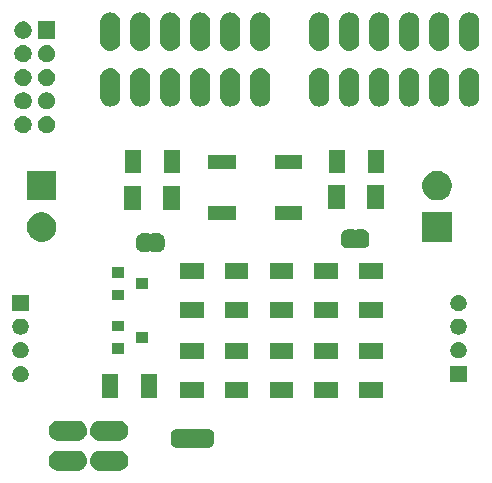
<source format=gbr>
G04 #@! TF.GenerationSoftware,KiCad,Pcbnew,(5.1.5-0-10_14)*
G04 #@! TF.CreationDate,2020-07-06T12:55:30+02:00*
G04 #@! TF.ProjectId,smartcitizen-adc-8ch,736d6172-7463-4697-9469-7a656e2d6164,rev?*
G04 #@! TF.SameCoordinates,Original*
G04 #@! TF.FileFunction,Soldermask,Top*
G04 #@! TF.FilePolarity,Negative*
%FSLAX46Y46*%
G04 Gerber Fmt 4.6, Leading zero omitted, Abs format (unit mm)*
G04 Created by KiCad (PCBNEW (5.1.5-0-10_14)) date 2020-07-06 12:55:30*
%MOMM*%
%LPD*%
G04 APERTURE LIST*
%ADD10C,0.100000*%
G04 APERTURE END LIST*
D10*
G36*
X140930912Y-116565664D02*
G01*
X141015495Y-116573995D01*
X141178284Y-116623377D01*
X141178287Y-116623378D01*
X141328307Y-116703565D01*
X141328308Y-116703566D01*
X141328312Y-116703568D01*
X141459812Y-116811487D01*
X141567731Y-116942987D01*
X141567733Y-116942991D01*
X141567734Y-116942992D01*
X141647921Y-117093012D01*
X141647922Y-117093015D01*
X141697304Y-117255804D01*
X141713978Y-117425099D01*
X141697304Y-117594394D01*
X141647922Y-117757183D01*
X141647921Y-117757186D01*
X141567734Y-117907206D01*
X141567731Y-117907211D01*
X141459812Y-118038711D01*
X141328312Y-118146630D01*
X141328308Y-118146632D01*
X141328307Y-118146633D01*
X141178287Y-118226820D01*
X141178284Y-118226821D01*
X141015495Y-118276203D01*
X140930912Y-118284534D01*
X140888621Y-118288699D01*
X139279779Y-118288699D01*
X139237488Y-118284534D01*
X139152905Y-118276203D01*
X138990116Y-118226821D01*
X138990113Y-118226820D01*
X138840093Y-118146633D01*
X138840092Y-118146632D01*
X138840088Y-118146630D01*
X138708588Y-118038711D01*
X138600669Y-117907211D01*
X138600666Y-117907206D01*
X138520479Y-117757186D01*
X138520478Y-117757183D01*
X138471096Y-117594394D01*
X138460747Y-117489319D01*
X138455966Y-117465285D01*
X138446589Y-117442647D01*
X138434864Y-117425099D01*
X138446589Y-117407551D01*
X138455967Y-117384912D01*
X138460747Y-117360879D01*
X138471096Y-117255806D01*
X138471096Y-117255804D01*
X138520478Y-117093015D01*
X138520479Y-117093012D01*
X138600666Y-116942992D01*
X138600667Y-116942991D01*
X138600669Y-116942987D01*
X138708588Y-116811487D01*
X138840088Y-116703568D01*
X138840092Y-116703566D01*
X138840093Y-116703565D01*
X138990113Y-116623378D01*
X138990116Y-116623377D01*
X139152905Y-116573995D01*
X139237488Y-116565664D01*
X139279779Y-116561499D01*
X140888621Y-116561499D01*
X140930912Y-116565664D01*
G37*
G36*
X137435212Y-116565664D02*
G01*
X137519795Y-116573995D01*
X137682584Y-116623377D01*
X137682587Y-116623378D01*
X137832607Y-116703565D01*
X137832608Y-116703566D01*
X137832612Y-116703568D01*
X137964112Y-116811487D01*
X138072031Y-116942987D01*
X138072033Y-116942991D01*
X138072034Y-116942992D01*
X138152221Y-117093012D01*
X138152222Y-117093015D01*
X138201604Y-117255804D01*
X138201604Y-117255806D01*
X138211953Y-117360879D01*
X138216734Y-117384913D01*
X138226111Y-117407551D01*
X138237836Y-117425099D01*
X138226111Y-117442647D01*
X138216733Y-117465286D01*
X138211953Y-117489319D01*
X138201604Y-117594394D01*
X138152222Y-117757183D01*
X138152221Y-117757186D01*
X138072034Y-117907206D01*
X138072031Y-117907211D01*
X137964112Y-118038711D01*
X137832612Y-118146630D01*
X137832608Y-118146632D01*
X137832607Y-118146633D01*
X137682587Y-118226820D01*
X137682584Y-118226821D01*
X137519795Y-118276203D01*
X137435212Y-118284534D01*
X137392921Y-118288699D01*
X135784079Y-118288699D01*
X135741788Y-118284534D01*
X135657205Y-118276203D01*
X135494416Y-118226821D01*
X135494413Y-118226820D01*
X135344393Y-118146633D01*
X135344392Y-118146632D01*
X135344388Y-118146630D01*
X135212888Y-118038711D01*
X135104969Y-117907211D01*
X135104966Y-117907206D01*
X135024779Y-117757186D01*
X135024778Y-117757183D01*
X134975396Y-117594394D01*
X134958722Y-117425099D01*
X134975396Y-117255804D01*
X135024778Y-117093015D01*
X135024779Y-117093012D01*
X135104966Y-116942992D01*
X135104967Y-116942991D01*
X135104969Y-116942987D01*
X135212888Y-116811487D01*
X135344388Y-116703568D01*
X135344392Y-116703566D01*
X135344393Y-116703565D01*
X135494413Y-116623378D01*
X135494416Y-116623377D01*
X135657205Y-116573995D01*
X135741788Y-116565664D01*
X135784079Y-116561499D01*
X137392921Y-116561499D01*
X137435212Y-116565664D01*
G37*
G36*
X146389499Y-114731637D02*
G01*
X146404028Y-114736045D01*
X146417211Y-114741506D01*
X146441245Y-114746288D01*
X146465749Y-114746289D01*
X146489782Y-114741509D01*
X146512421Y-114732132D01*
X146514265Y-114730900D01*
X147745550Y-114730900D01*
X147757664Y-114737375D01*
X147781113Y-114744488D01*
X147805499Y-114746890D01*
X147829885Y-114744488D01*
X147853334Y-114737375D01*
X147858246Y-114735052D01*
X147869501Y-114731637D01*
X147885640Y-114730048D01*
X148423361Y-114730048D01*
X148441699Y-114731854D01*
X148453950Y-114732456D01*
X148472369Y-114732456D01*
X148494649Y-114734650D01*
X148578733Y-114751376D01*
X148600160Y-114757876D01*
X148679358Y-114790680D01*
X148684803Y-114793591D01*
X148684809Y-114793593D01*
X148693669Y-114798329D01*
X148693673Y-114798332D01*
X148699114Y-114801240D01*
X148770399Y-114848871D01*
X148787704Y-114863072D01*
X148848328Y-114923696D01*
X148862529Y-114941001D01*
X148910160Y-115012286D01*
X148913068Y-115017727D01*
X148913071Y-115017731D01*
X148917807Y-115026591D01*
X148917809Y-115026597D01*
X148920720Y-115032042D01*
X148953524Y-115111240D01*
X148960024Y-115132667D01*
X148976750Y-115216751D01*
X148978944Y-115239031D01*
X148978944Y-115257450D01*
X148979546Y-115269701D01*
X148981352Y-115288039D01*
X148981352Y-115775762D01*
X148979546Y-115794099D01*
X148978944Y-115806350D01*
X148978944Y-115824769D01*
X148976750Y-115847049D01*
X148960024Y-115931133D01*
X148953524Y-115952560D01*
X148920720Y-116031758D01*
X148917809Y-116037203D01*
X148917807Y-116037209D01*
X148913071Y-116046069D01*
X148913068Y-116046073D01*
X148910160Y-116051514D01*
X148862529Y-116122799D01*
X148848328Y-116140104D01*
X148787704Y-116200728D01*
X148770399Y-116214929D01*
X148699114Y-116262560D01*
X148693673Y-116265468D01*
X148693669Y-116265471D01*
X148684809Y-116270207D01*
X148684803Y-116270209D01*
X148679358Y-116273120D01*
X148600160Y-116305924D01*
X148578733Y-116312424D01*
X148494649Y-116329150D01*
X148472369Y-116331344D01*
X148453950Y-116331344D01*
X148441699Y-116331946D01*
X148423362Y-116333752D01*
X147885640Y-116333752D01*
X147869501Y-116332163D01*
X147854972Y-116327755D01*
X147841789Y-116322294D01*
X147817755Y-116317512D01*
X147793251Y-116317511D01*
X147769218Y-116322291D01*
X147746579Y-116331668D01*
X147744735Y-116332900D01*
X146513450Y-116332900D01*
X146501336Y-116326425D01*
X146477887Y-116319312D01*
X146453501Y-116316910D01*
X146429115Y-116319312D01*
X146405666Y-116326425D01*
X146400754Y-116328748D01*
X146389499Y-116332163D01*
X146373360Y-116333752D01*
X145835638Y-116333752D01*
X145817301Y-116331946D01*
X145805050Y-116331344D01*
X145786631Y-116331344D01*
X145764351Y-116329150D01*
X145680267Y-116312424D01*
X145658840Y-116305924D01*
X145579642Y-116273120D01*
X145574197Y-116270209D01*
X145574191Y-116270207D01*
X145565331Y-116265471D01*
X145565327Y-116265468D01*
X145559886Y-116262560D01*
X145488601Y-116214929D01*
X145471296Y-116200728D01*
X145410672Y-116140104D01*
X145396471Y-116122799D01*
X145348840Y-116051514D01*
X145345932Y-116046073D01*
X145345929Y-116046069D01*
X145341193Y-116037209D01*
X145341191Y-116037203D01*
X145338280Y-116031758D01*
X145305476Y-115952560D01*
X145298976Y-115931133D01*
X145282250Y-115847049D01*
X145280056Y-115824769D01*
X145280056Y-115806350D01*
X145279454Y-115794099D01*
X145277648Y-115775762D01*
X145277648Y-115288039D01*
X145279454Y-115269701D01*
X145280056Y-115257450D01*
X145280056Y-115239031D01*
X145282250Y-115216751D01*
X145298976Y-115132667D01*
X145305476Y-115111240D01*
X145338280Y-115032042D01*
X145341191Y-115026597D01*
X145341193Y-115026591D01*
X145345929Y-115017731D01*
X145345932Y-115017727D01*
X145348840Y-115012286D01*
X145396471Y-114941001D01*
X145410672Y-114923696D01*
X145471296Y-114863072D01*
X145488601Y-114848871D01*
X145559886Y-114801240D01*
X145565327Y-114798332D01*
X145565331Y-114798329D01*
X145574191Y-114793593D01*
X145574197Y-114793591D01*
X145579642Y-114790680D01*
X145658840Y-114757876D01*
X145680267Y-114751376D01*
X145764351Y-114734650D01*
X145786631Y-114732456D01*
X145805050Y-114732456D01*
X145817301Y-114731854D01*
X145835639Y-114730048D01*
X146373360Y-114730048D01*
X146389499Y-114731637D01*
G37*
G36*
X140930912Y-114025664D02*
G01*
X141015495Y-114033995D01*
X141178284Y-114083377D01*
X141178287Y-114083378D01*
X141328307Y-114163565D01*
X141328308Y-114163566D01*
X141328312Y-114163568D01*
X141459812Y-114271487D01*
X141567731Y-114402987D01*
X141567733Y-114402991D01*
X141567734Y-114402992D01*
X141647921Y-114553012D01*
X141647922Y-114553015D01*
X141697304Y-114715804D01*
X141713978Y-114885099D01*
X141697304Y-115054394D01*
X141673560Y-115132667D01*
X141647921Y-115217186D01*
X141610049Y-115288039D01*
X141567731Y-115367211D01*
X141459812Y-115498711D01*
X141328312Y-115606630D01*
X141328308Y-115606632D01*
X141328307Y-115606633D01*
X141178287Y-115686820D01*
X141178284Y-115686821D01*
X141015495Y-115736203D01*
X140930912Y-115744534D01*
X140888621Y-115748699D01*
X139279779Y-115748699D01*
X139237488Y-115744534D01*
X139152905Y-115736203D01*
X138990116Y-115686821D01*
X138990113Y-115686820D01*
X138840093Y-115606633D01*
X138840092Y-115606632D01*
X138840088Y-115606630D01*
X138708588Y-115498711D01*
X138600669Y-115367211D01*
X138558351Y-115288039D01*
X138520479Y-115217186D01*
X138494840Y-115132667D01*
X138471096Y-115054394D01*
X138460747Y-114949319D01*
X138455966Y-114925285D01*
X138446589Y-114902647D01*
X138434864Y-114885099D01*
X138446589Y-114867551D01*
X138455967Y-114844912D01*
X138460747Y-114820879D01*
X138467416Y-114753168D01*
X138471096Y-114715804D01*
X138520478Y-114553015D01*
X138520479Y-114553012D01*
X138600666Y-114402992D01*
X138600667Y-114402991D01*
X138600669Y-114402987D01*
X138708588Y-114271487D01*
X138840088Y-114163568D01*
X138840092Y-114163566D01*
X138840093Y-114163565D01*
X138990113Y-114083378D01*
X138990116Y-114083377D01*
X139152905Y-114033995D01*
X139237488Y-114025664D01*
X139279779Y-114021499D01*
X140888621Y-114021499D01*
X140930912Y-114025664D01*
G37*
G36*
X137435212Y-114025664D02*
G01*
X137519795Y-114033995D01*
X137682584Y-114083377D01*
X137682587Y-114083378D01*
X137832607Y-114163565D01*
X137832608Y-114163566D01*
X137832612Y-114163568D01*
X137964112Y-114271487D01*
X138072031Y-114402987D01*
X138072033Y-114402991D01*
X138072034Y-114402992D01*
X138152221Y-114553012D01*
X138152222Y-114553015D01*
X138201604Y-114715804D01*
X138205284Y-114753168D01*
X138211953Y-114820879D01*
X138216734Y-114844913D01*
X138226111Y-114867551D01*
X138237836Y-114885099D01*
X138226111Y-114902647D01*
X138216733Y-114925286D01*
X138211953Y-114949319D01*
X138201604Y-115054394D01*
X138177860Y-115132667D01*
X138152221Y-115217186D01*
X138114349Y-115288039D01*
X138072031Y-115367211D01*
X137964112Y-115498711D01*
X137832612Y-115606630D01*
X137832608Y-115606632D01*
X137832607Y-115606633D01*
X137682587Y-115686820D01*
X137682584Y-115686821D01*
X137519795Y-115736203D01*
X137435212Y-115744534D01*
X137392921Y-115748699D01*
X135784079Y-115748699D01*
X135741788Y-115744534D01*
X135657205Y-115736203D01*
X135494416Y-115686821D01*
X135494413Y-115686820D01*
X135344393Y-115606633D01*
X135344392Y-115606632D01*
X135344388Y-115606630D01*
X135212888Y-115498711D01*
X135104969Y-115367211D01*
X135062651Y-115288039D01*
X135024779Y-115217186D01*
X134999140Y-115132667D01*
X134975396Y-115054394D01*
X134958722Y-114885099D01*
X134975396Y-114715804D01*
X135024778Y-114553015D01*
X135024779Y-114553012D01*
X135104966Y-114402992D01*
X135104967Y-114402991D01*
X135104969Y-114402987D01*
X135212888Y-114271487D01*
X135344388Y-114163568D01*
X135344392Y-114163566D01*
X135344393Y-114163565D01*
X135494413Y-114083378D01*
X135494416Y-114083377D01*
X135657205Y-114033995D01*
X135741788Y-114025664D01*
X135784079Y-114021499D01*
X137392921Y-114021499D01*
X137435212Y-114025664D01*
G37*
G36*
X159470925Y-112141200D02*
G01*
X157463925Y-112141200D01*
X157463925Y-110769200D01*
X159470925Y-110769200D01*
X159470925Y-112141200D01*
G37*
G36*
X151869975Y-112141200D02*
G01*
X149862975Y-112141200D01*
X149862975Y-110769200D01*
X151869975Y-110769200D01*
X151869975Y-112141200D01*
G37*
G36*
X163271400Y-112141200D02*
G01*
X161264400Y-112141200D01*
X161264400Y-110769200D01*
X163271400Y-110769200D01*
X163271400Y-112141200D01*
G37*
G36*
X155670450Y-112141200D02*
G01*
X153663450Y-112141200D01*
X153663450Y-110769200D01*
X155670450Y-110769200D01*
X155670450Y-112141200D01*
G37*
G36*
X148069500Y-112141200D02*
G01*
X146062500Y-112141200D01*
X146062500Y-110769200D01*
X148069500Y-110769200D01*
X148069500Y-112141200D01*
G37*
G36*
X144132500Y-112115800D02*
G01*
X142760500Y-112115800D01*
X142760500Y-110108800D01*
X144132500Y-110108800D01*
X144132500Y-112115800D01*
G37*
G36*
X140830500Y-112115800D02*
G01*
X139458500Y-112115800D01*
X139458500Y-110108800D01*
X140830500Y-110108800D01*
X140830500Y-112115800D01*
G37*
G36*
X132766098Y-109413802D02*
G01*
X132890941Y-109465514D01*
X132890943Y-109465515D01*
X133003299Y-109540589D01*
X133098851Y-109636141D01*
X133173926Y-109748499D01*
X133225638Y-109873342D01*
X133252000Y-110005874D01*
X133252000Y-110141006D01*
X133225638Y-110273538D01*
X133173926Y-110398381D01*
X133173925Y-110398383D01*
X133098851Y-110510739D01*
X133003299Y-110606291D01*
X132890943Y-110681365D01*
X132890942Y-110681366D01*
X132890941Y-110681366D01*
X132766098Y-110733078D01*
X132633566Y-110759440D01*
X132498434Y-110759440D01*
X132365902Y-110733078D01*
X132241059Y-110681366D01*
X132241058Y-110681366D01*
X132241057Y-110681365D01*
X132128701Y-110606291D01*
X132033149Y-110510739D01*
X131958075Y-110398383D01*
X131958074Y-110398381D01*
X131906362Y-110273538D01*
X131880000Y-110141006D01*
X131880000Y-110005874D01*
X131906362Y-109873342D01*
X131958074Y-109748499D01*
X132033149Y-109636141D01*
X132128701Y-109540589D01*
X132241057Y-109465515D01*
X132241059Y-109465514D01*
X132365902Y-109413802D01*
X132498434Y-109387440D01*
X132633566Y-109387440D01*
X132766098Y-109413802D01*
G37*
G36*
X170345300Y-110759440D02*
G01*
X168973300Y-110759440D01*
X168973300Y-109387440D01*
X170345300Y-109387440D01*
X170345300Y-110759440D01*
G37*
G36*
X151869975Y-108839200D02*
G01*
X149862975Y-108839200D01*
X149862975Y-107467200D01*
X151869975Y-107467200D01*
X151869975Y-108839200D01*
G37*
G36*
X148069500Y-108839200D02*
G01*
X146062500Y-108839200D01*
X146062500Y-107467200D01*
X148069500Y-107467200D01*
X148069500Y-108839200D01*
G37*
G36*
X155670450Y-108839200D02*
G01*
X153663450Y-108839200D01*
X153663450Y-107467200D01*
X155670450Y-107467200D01*
X155670450Y-108839200D01*
G37*
G36*
X159470925Y-108839200D02*
G01*
X157463925Y-108839200D01*
X157463925Y-107467200D01*
X159470925Y-107467200D01*
X159470925Y-108839200D01*
G37*
G36*
X163271400Y-108839200D02*
G01*
X161264400Y-108839200D01*
X161264400Y-107467200D01*
X163271400Y-107467200D01*
X163271400Y-108839200D01*
G37*
G36*
X169859398Y-107412282D02*
G01*
X169984241Y-107463994D01*
X169984243Y-107463995D01*
X170027053Y-107492600D01*
X170096599Y-107539069D01*
X170192151Y-107634621D01*
X170267226Y-107746979D01*
X170318938Y-107871822D01*
X170345300Y-108004354D01*
X170345300Y-108139486D01*
X170318938Y-108272018D01*
X170267226Y-108396861D01*
X170267225Y-108396863D01*
X170192151Y-108509219D01*
X170096599Y-108604771D01*
X169984243Y-108679845D01*
X169984242Y-108679846D01*
X169984241Y-108679846D01*
X169859398Y-108731558D01*
X169726866Y-108757920D01*
X169591734Y-108757920D01*
X169459202Y-108731558D01*
X169334359Y-108679846D01*
X169334358Y-108679846D01*
X169334357Y-108679845D01*
X169222001Y-108604771D01*
X169126449Y-108509219D01*
X169051375Y-108396863D01*
X169051374Y-108396861D01*
X168999662Y-108272018D01*
X168973300Y-108139486D01*
X168973300Y-108004354D01*
X168999662Y-107871822D01*
X169051374Y-107746979D01*
X169126449Y-107634621D01*
X169222001Y-107539069D01*
X169291547Y-107492600D01*
X169334357Y-107463995D01*
X169334359Y-107463994D01*
X169459202Y-107412282D01*
X169591734Y-107385920D01*
X169726866Y-107385920D01*
X169859398Y-107412282D01*
G37*
G36*
X132766098Y-107412282D02*
G01*
X132890941Y-107463994D01*
X132890943Y-107463995D01*
X132933753Y-107492600D01*
X133003299Y-107539069D01*
X133098851Y-107634621D01*
X133173926Y-107746979D01*
X133225638Y-107871822D01*
X133252000Y-108004354D01*
X133252000Y-108139486D01*
X133225638Y-108272018D01*
X133173926Y-108396861D01*
X133173925Y-108396863D01*
X133098851Y-108509219D01*
X133003299Y-108604771D01*
X132890943Y-108679845D01*
X132890942Y-108679846D01*
X132890941Y-108679846D01*
X132766098Y-108731558D01*
X132633566Y-108757920D01*
X132498434Y-108757920D01*
X132365902Y-108731558D01*
X132241059Y-108679846D01*
X132241058Y-108679846D01*
X132241057Y-108679845D01*
X132128701Y-108604771D01*
X132033149Y-108509219D01*
X131958075Y-108396863D01*
X131958074Y-108396861D01*
X131906362Y-108272018D01*
X131880000Y-108139486D01*
X131880000Y-108004354D01*
X131906362Y-107871822D01*
X131958074Y-107746979D01*
X132033149Y-107634621D01*
X132128701Y-107539069D01*
X132198247Y-107492600D01*
X132241057Y-107463995D01*
X132241059Y-107463994D01*
X132365902Y-107412282D01*
X132498434Y-107385920D01*
X132633566Y-107385920D01*
X132766098Y-107412282D01*
G37*
G36*
X141351200Y-108382000D02*
G01*
X140360200Y-108382000D01*
X140360200Y-107492600D01*
X141351200Y-107492600D01*
X141351200Y-108382000D01*
G37*
G36*
X143383200Y-107416800D02*
G01*
X142392200Y-107416800D01*
X142392200Y-106527400D01*
X143383200Y-106527400D01*
X143383200Y-107416800D01*
G37*
G36*
X132766098Y-105415842D02*
G01*
X132890941Y-105467554D01*
X132890943Y-105467555D01*
X133003299Y-105542629D01*
X133098851Y-105638181D01*
X133173926Y-105750539D01*
X133225638Y-105875382D01*
X133252000Y-106007914D01*
X133252000Y-106143046D01*
X133225638Y-106275578D01*
X133173926Y-106400421D01*
X133173925Y-106400423D01*
X133098851Y-106512779D01*
X133003299Y-106608331D01*
X132890943Y-106683405D01*
X132890942Y-106683406D01*
X132890941Y-106683406D01*
X132766098Y-106735118D01*
X132633566Y-106761480D01*
X132498434Y-106761480D01*
X132365902Y-106735118D01*
X132241059Y-106683406D01*
X132241058Y-106683406D01*
X132241057Y-106683405D01*
X132128701Y-106608331D01*
X132033149Y-106512779D01*
X131958075Y-106400423D01*
X131958074Y-106400421D01*
X131906362Y-106275578D01*
X131880000Y-106143046D01*
X131880000Y-106007914D01*
X131906362Y-105875382D01*
X131958074Y-105750539D01*
X132033149Y-105638181D01*
X132128701Y-105542629D01*
X132241057Y-105467555D01*
X132241059Y-105467554D01*
X132365902Y-105415842D01*
X132498434Y-105389480D01*
X132633566Y-105389480D01*
X132766098Y-105415842D01*
G37*
G36*
X169859398Y-105415842D02*
G01*
X169984241Y-105467554D01*
X169984243Y-105467555D01*
X170096599Y-105542629D01*
X170192151Y-105638181D01*
X170267226Y-105750539D01*
X170318938Y-105875382D01*
X170345300Y-106007914D01*
X170345300Y-106143046D01*
X170318938Y-106275578D01*
X170267226Y-106400421D01*
X170267225Y-106400423D01*
X170192151Y-106512779D01*
X170096599Y-106608331D01*
X169984243Y-106683405D01*
X169984242Y-106683406D01*
X169984241Y-106683406D01*
X169859398Y-106735118D01*
X169726866Y-106761480D01*
X169591734Y-106761480D01*
X169459202Y-106735118D01*
X169334359Y-106683406D01*
X169334358Y-106683406D01*
X169334357Y-106683405D01*
X169222001Y-106608331D01*
X169126449Y-106512779D01*
X169051375Y-106400423D01*
X169051374Y-106400421D01*
X168999662Y-106275578D01*
X168973300Y-106143046D01*
X168973300Y-106007914D01*
X168999662Y-105875382D01*
X169051374Y-105750539D01*
X169126449Y-105638181D01*
X169222001Y-105542629D01*
X169334357Y-105467555D01*
X169334359Y-105467554D01*
X169459202Y-105415842D01*
X169591734Y-105389480D01*
X169726866Y-105389480D01*
X169859398Y-105415842D01*
G37*
G36*
X141351200Y-106451600D02*
G01*
X140360200Y-106451600D01*
X140360200Y-105562200D01*
X141351200Y-105562200D01*
X141351200Y-106451600D01*
G37*
G36*
X163271400Y-105372100D02*
G01*
X161264400Y-105372100D01*
X161264400Y-104000100D01*
X163271400Y-104000100D01*
X163271400Y-105372100D01*
G37*
G36*
X151869975Y-105372100D02*
G01*
X149862975Y-105372100D01*
X149862975Y-104000100D01*
X151869975Y-104000100D01*
X151869975Y-105372100D01*
G37*
G36*
X159470925Y-105372100D02*
G01*
X157463925Y-105372100D01*
X157463925Y-104000100D01*
X159470925Y-104000100D01*
X159470925Y-105372100D01*
G37*
G36*
X155670450Y-105372100D02*
G01*
X153663450Y-105372100D01*
X153663450Y-104000100D01*
X155670450Y-104000100D01*
X155670450Y-105372100D01*
G37*
G36*
X148069500Y-105372100D02*
G01*
X146062500Y-105372100D01*
X146062500Y-104000100D01*
X148069500Y-104000100D01*
X148069500Y-105372100D01*
G37*
G36*
X169859398Y-103414322D02*
G01*
X169984241Y-103466034D01*
X169984243Y-103466035D01*
X170096599Y-103541109D01*
X170192151Y-103636661D01*
X170267226Y-103749019D01*
X170318938Y-103873862D01*
X170345300Y-104006394D01*
X170345300Y-104141526D01*
X170318938Y-104274058D01*
X170267226Y-104398901D01*
X170267225Y-104398903D01*
X170192151Y-104511259D01*
X170096599Y-104606811D01*
X169984243Y-104681885D01*
X169984242Y-104681886D01*
X169984241Y-104681886D01*
X169859398Y-104733598D01*
X169726866Y-104759960D01*
X169591734Y-104759960D01*
X169459202Y-104733598D01*
X169334359Y-104681886D01*
X169334358Y-104681886D01*
X169334357Y-104681885D01*
X169222001Y-104606811D01*
X169126449Y-104511259D01*
X169051375Y-104398903D01*
X169051374Y-104398901D01*
X168999662Y-104274058D01*
X168973300Y-104141526D01*
X168973300Y-104006394D01*
X168999662Y-103873862D01*
X169051374Y-103749019D01*
X169126449Y-103636661D01*
X169222001Y-103541109D01*
X169334357Y-103466035D01*
X169334359Y-103466034D01*
X169459202Y-103414322D01*
X169591734Y-103387960D01*
X169726866Y-103387960D01*
X169859398Y-103414322D01*
G37*
G36*
X133252000Y-104759960D02*
G01*
X131880000Y-104759960D01*
X131880000Y-103387960D01*
X133252000Y-103387960D01*
X133252000Y-104759960D01*
G37*
G36*
X141351200Y-103848100D02*
G01*
X140360200Y-103848100D01*
X140360200Y-102958700D01*
X141351200Y-102958700D01*
X141351200Y-103848100D01*
G37*
G36*
X143383200Y-102882900D02*
G01*
X142392200Y-102882900D01*
X142392200Y-101993500D01*
X143383200Y-101993500D01*
X143383200Y-102882900D01*
G37*
G36*
X148069500Y-102070100D02*
G01*
X146062500Y-102070100D01*
X146062500Y-100698100D01*
X148069500Y-100698100D01*
X148069500Y-102070100D01*
G37*
G36*
X151869975Y-102070100D02*
G01*
X149862975Y-102070100D01*
X149862975Y-100698100D01*
X151869975Y-100698100D01*
X151869975Y-102070100D01*
G37*
G36*
X155670450Y-102070100D02*
G01*
X153663450Y-102070100D01*
X153663450Y-100698100D01*
X155670450Y-100698100D01*
X155670450Y-102070100D01*
G37*
G36*
X163271400Y-102070100D02*
G01*
X161264400Y-102070100D01*
X161264400Y-100698100D01*
X163271400Y-100698100D01*
X163271400Y-102070100D01*
G37*
G36*
X159470925Y-102070100D02*
G01*
X157463925Y-102070100D01*
X157463925Y-100698100D01*
X159470925Y-100698100D01*
X159470925Y-102070100D01*
G37*
G36*
X141351200Y-101917700D02*
G01*
X140360200Y-101917700D01*
X140360200Y-101028300D01*
X141351200Y-101028300D01*
X141351200Y-101917700D01*
G37*
G36*
X143433499Y-98158137D02*
G01*
X143443108Y-98161052D01*
X143451972Y-98165790D01*
X143459737Y-98172163D01*
X143469948Y-98184606D01*
X143476878Y-98194975D01*
X143494205Y-98212302D01*
X143514580Y-98225915D01*
X143537220Y-98235291D01*
X143561253Y-98240071D01*
X143585757Y-98240070D01*
X143609790Y-98235288D01*
X143632429Y-98225910D01*
X143652802Y-98212295D01*
X143670129Y-98194968D01*
X143677058Y-98184598D01*
X143687263Y-98172163D01*
X143695028Y-98165790D01*
X143703892Y-98161052D01*
X143713501Y-98158137D01*
X143729640Y-98156548D01*
X144217361Y-98156548D01*
X144235699Y-98158354D01*
X144247950Y-98158956D01*
X144266369Y-98158956D01*
X144288649Y-98161150D01*
X144372733Y-98177876D01*
X144394160Y-98184376D01*
X144473358Y-98217180D01*
X144478803Y-98220091D01*
X144478809Y-98220093D01*
X144487669Y-98224829D01*
X144487673Y-98224832D01*
X144493114Y-98227740D01*
X144564399Y-98275371D01*
X144581704Y-98289572D01*
X144642328Y-98350196D01*
X144656529Y-98367501D01*
X144704160Y-98438786D01*
X144707068Y-98444227D01*
X144707071Y-98444231D01*
X144711807Y-98453091D01*
X144711809Y-98453097D01*
X144714720Y-98458542D01*
X144747524Y-98537740D01*
X144754024Y-98559167D01*
X144770750Y-98643251D01*
X144772944Y-98665531D01*
X144772944Y-98683950D01*
X144773546Y-98696201D01*
X144775352Y-98714539D01*
X144775352Y-99202262D01*
X144773546Y-99220599D01*
X144772944Y-99232850D01*
X144772944Y-99251269D01*
X144770750Y-99273549D01*
X144754024Y-99357633D01*
X144747524Y-99379060D01*
X144714720Y-99458258D01*
X144711809Y-99463703D01*
X144711807Y-99463709D01*
X144707071Y-99472569D01*
X144707068Y-99472573D01*
X144704160Y-99478014D01*
X144656529Y-99549299D01*
X144642328Y-99566604D01*
X144581704Y-99627228D01*
X144564399Y-99641429D01*
X144493114Y-99689060D01*
X144487673Y-99691968D01*
X144487669Y-99691971D01*
X144478809Y-99696707D01*
X144478803Y-99696709D01*
X144473358Y-99699620D01*
X144394160Y-99732424D01*
X144372733Y-99738924D01*
X144288649Y-99755650D01*
X144266369Y-99757844D01*
X144247950Y-99757844D01*
X144235699Y-99758446D01*
X144217362Y-99760252D01*
X143729640Y-99760252D01*
X143713501Y-99758663D01*
X143703892Y-99755748D01*
X143695028Y-99751010D01*
X143687263Y-99744637D01*
X143677052Y-99732194D01*
X143670122Y-99721825D01*
X143652795Y-99704498D01*
X143632420Y-99690885D01*
X143609780Y-99681509D01*
X143585747Y-99676729D01*
X143561243Y-99676730D01*
X143537210Y-99681512D01*
X143514571Y-99690890D01*
X143494198Y-99704505D01*
X143476871Y-99721832D01*
X143469942Y-99732202D01*
X143459737Y-99744637D01*
X143451972Y-99751010D01*
X143443108Y-99755748D01*
X143433499Y-99758663D01*
X143417360Y-99760252D01*
X142929638Y-99760252D01*
X142911301Y-99758446D01*
X142899050Y-99757844D01*
X142880631Y-99757844D01*
X142858351Y-99755650D01*
X142774267Y-99738924D01*
X142752840Y-99732424D01*
X142673642Y-99699620D01*
X142668197Y-99696709D01*
X142668191Y-99696707D01*
X142659331Y-99691971D01*
X142659327Y-99691968D01*
X142653886Y-99689060D01*
X142582601Y-99641429D01*
X142565296Y-99627228D01*
X142504672Y-99566604D01*
X142490471Y-99549299D01*
X142442840Y-99478014D01*
X142439932Y-99472573D01*
X142439929Y-99472569D01*
X142435193Y-99463709D01*
X142435191Y-99463703D01*
X142432280Y-99458258D01*
X142399476Y-99379060D01*
X142392976Y-99357633D01*
X142376250Y-99273549D01*
X142374056Y-99251269D01*
X142374056Y-99232850D01*
X142373454Y-99220599D01*
X142371648Y-99202262D01*
X142371648Y-98714539D01*
X142373454Y-98696201D01*
X142374056Y-98683950D01*
X142374056Y-98665531D01*
X142376250Y-98643251D01*
X142392976Y-98559167D01*
X142399476Y-98537740D01*
X142432280Y-98458542D01*
X142435191Y-98453097D01*
X142435193Y-98453091D01*
X142439929Y-98444231D01*
X142439932Y-98444227D01*
X142442840Y-98438786D01*
X142490471Y-98367501D01*
X142504672Y-98350196D01*
X142565296Y-98289572D01*
X142582601Y-98275371D01*
X142653886Y-98227740D01*
X142659327Y-98224832D01*
X142659331Y-98224829D01*
X142668191Y-98220093D01*
X142668197Y-98220091D01*
X142673642Y-98217180D01*
X142752840Y-98184376D01*
X142774267Y-98177876D01*
X142858351Y-98161150D01*
X142880631Y-98158956D01*
X142899050Y-98158956D01*
X142911301Y-98158354D01*
X142929639Y-98156548D01*
X143417360Y-98156548D01*
X143433499Y-98158137D01*
G37*
G36*
X160768999Y-97840637D02*
G01*
X160778608Y-97843552D01*
X160787472Y-97848290D01*
X160795237Y-97854663D01*
X160805448Y-97867106D01*
X160812378Y-97877475D01*
X160829705Y-97894802D01*
X160850080Y-97908415D01*
X160872720Y-97917791D01*
X160896753Y-97922571D01*
X160921257Y-97922570D01*
X160945290Y-97917788D01*
X160967929Y-97908410D01*
X160988302Y-97894795D01*
X161005629Y-97877468D01*
X161012558Y-97867098D01*
X161022763Y-97854663D01*
X161030528Y-97848290D01*
X161039392Y-97843552D01*
X161049001Y-97840637D01*
X161065140Y-97839048D01*
X161552861Y-97839048D01*
X161571199Y-97840854D01*
X161583450Y-97841456D01*
X161601869Y-97841456D01*
X161624149Y-97843650D01*
X161708233Y-97860376D01*
X161729660Y-97866876D01*
X161808858Y-97899680D01*
X161814303Y-97902591D01*
X161814309Y-97902593D01*
X161823169Y-97907329D01*
X161823173Y-97907332D01*
X161828614Y-97910240D01*
X161899899Y-97957871D01*
X161917204Y-97972072D01*
X161977828Y-98032696D01*
X161992029Y-98050001D01*
X162039660Y-98121286D01*
X162042568Y-98126727D01*
X162042571Y-98126731D01*
X162047307Y-98135591D01*
X162047309Y-98135597D01*
X162050220Y-98141042D01*
X162083024Y-98220240D01*
X162089524Y-98241667D01*
X162106250Y-98325751D01*
X162108444Y-98348031D01*
X162108444Y-98366450D01*
X162109046Y-98378701D01*
X162110852Y-98397039D01*
X162110852Y-98884762D01*
X162109046Y-98903099D01*
X162108444Y-98915350D01*
X162108444Y-98933769D01*
X162106250Y-98956049D01*
X162089524Y-99040133D01*
X162083024Y-99061560D01*
X162050220Y-99140758D01*
X162047309Y-99146203D01*
X162047307Y-99146209D01*
X162042571Y-99155069D01*
X162042568Y-99155073D01*
X162039660Y-99160514D01*
X161992029Y-99231799D01*
X161977828Y-99249104D01*
X161917204Y-99309728D01*
X161899899Y-99323929D01*
X161828614Y-99371560D01*
X161823173Y-99374468D01*
X161823169Y-99374471D01*
X161814309Y-99379207D01*
X161814303Y-99379209D01*
X161808858Y-99382120D01*
X161729660Y-99414924D01*
X161708233Y-99421424D01*
X161624149Y-99438150D01*
X161601869Y-99440344D01*
X161583450Y-99440344D01*
X161571199Y-99440946D01*
X161552862Y-99442752D01*
X161065140Y-99442752D01*
X161049001Y-99441163D01*
X161039392Y-99438248D01*
X161030528Y-99433510D01*
X161022763Y-99427137D01*
X161012552Y-99414694D01*
X161005622Y-99404325D01*
X160988295Y-99386998D01*
X160967920Y-99373385D01*
X160945280Y-99364009D01*
X160921247Y-99359229D01*
X160896743Y-99359230D01*
X160872710Y-99364012D01*
X160850071Y-99373390D01*
X160829698Y-99387005D01*
X160812371Y-99404332D01*
X160805442Y-99414702D01*
X160795237Y-99427137D01*
X160787472Y-99433510D01*
X160778608Y-99438248D01*
X160768999Y-99441163D01*
X160752860Y-99442752D01*
X160265138Y-99442752D01*
X160246801Y-99440946D01*
X160234550Y-99440344D01*
X160216131Y-99440344D01*
X160193851Y-99438150D01*
X160109767Y-99421424D01*
X160088340Y-99414924D01*
X160009142Y-99382120D01*
X160003697Y-99379209D01*
X160003691Y-99379207D01*
X159994831Y-99374471D01*
X159994827Y-99374468D01*
X159989386Y-99371560D01*
X159918101Y-99323929D01*
X159900796Y-99309728D01*
X159840172Y-99249104D01*
X159825971Y-99231799D01*
X159778340Y-99160514D01*
X159775432Y-99155073D01*
X159775429Y-99155069D01*
X159770693Y-99146209D01*
X159770691Y-99146203D01*
X159767780Y-99140758D01*
X159734976Y-99061560D01*
X159728476Y-99040133D01*
X159711750Y-98956049D01*
X159709556Y-98933769D01*
X159709556Y-98915350D01*
X159708954Y-98903099D01*
X159707148Y-98884762D01*
X159707148Y-98397039D01*
X159708954Y-98378701D01*
X159709556Y-98366450D01*
X159709556Y-98348031D01*
X159711750Y-98325751D01*
X159728476Y-98241667D01*
X159734976Y-98220240D01*
X159767780Y-98141042D01*
X159770691Y-98135597D01*
X159770693Y-98135591D01*
X159775429Y-98126731D01*
X159775432Y-98126727D01*
X159778340Y-98121286D01*
X159825971Y-98050001D01*
X159840172Y-98032696D01*
X159900796Y-97972072D01*
X159918101Y-97957871D01*
X159989386Y-97910240D01*
X159994827Y-97907332D01*
X159994831Y-97907329D01*
X160003691Y-97902593D01*
X160003697Y-97902591D01*
X160009142Y-97899680D01*
X160088340Y-97866876D01*
X160109767Y-97860376D01*
X160193851Y-97843650D01*
X160216131Y-97841456D01*
X160234550Y-97841456D01*
X160246801Y-97840854D01*
X160265139Y-97839048D01*
X160752860Y-97839048D01*
X160768999Y-97840637D01*
G37*
G36*
X169110300Y-98888600D02*
G01*
X166608300Y-98888600D01*
X166608300Y-96386600D01*
X169110300Y-96386600D01*
X169110300Y-98888600D01*
G37*
G36*
X134730903Y-96434675D02*
G01*
X134958571Y-96528978D01*
X135163466Y-96665885D01*
X135337715Y-96840134D01*
X135337716Y-96840136D01*
X135474623Y-97045031D01*
X135568925Y-97272697D01*
X135617000Y-97514386D01*
X135617000Y-97760814D01*
X135568925Y-98002503D01*
X135478797Y-98220093D01*
X135474622Y-98230171D01*
X135337715Y-98435066D01*
X135163466Y-98609315D01*
X134958571Y-98746222D01*
X134958570Y-98746223D01*
X134958569Y-98746223D01*
X134730903Y-98840525D01*
X134489214Y-98888600D01*
X134242786Y-98888600D01*
X134001097Y-98840525D01*
X133773431Y-98746223D01*
X133773430Y-98746223D01*
X133773429Y-98746222D01*
X133568534Y-98609315D01*
X133394285Y-98435066D01*
X133257378Y-98230171D01*
X133253204Y-98220093D01*
X133163075Y-98002503D01*
X133115000Y-97760814D01*
X133115000Y-97514386D01*
X133163075Y-97272697D01*
X133257377Y-97045031D01*
X133394284Y-96840136D01*
X133394285Y-96840134D01*
X133568534Y-96665885D01*
X133773429Y-96528978D01*
X134001097Y-96434675D01*
X134242786Y-96386600D01*
X134489214Y-96386600D01*
X134730903Y-96434675D01*
G37*
G36*
X156446200Y-97061200D02*
G01*
X154094200Y-97061200D01*
X154094200Y-95859200D01*
X156446200Y-95859200D01*
X156446200Y-97061200D01*
G37*
G36*
X150782000Y-97023100D02*
G01*
X148430000Y-97023100D01*
X148430000Y-95821100D01*
X150782000Y-95821100D01*
X150782000Y-97023100D01*
G37*
G36*
X146037500Y-96215400D02*
G01*
X144665500Y-96215400D01*
X144665500Y-94208400D01*
X146037500Y-94208400D01*
X146037500Y-96215400D01*
G37*
G36*
X142735500Y-96215400D02*
G01*
X141363500Y-96215400D01*
X141363500Y-94208400D01*
X142735500Y-94208400D01*
X142735500Y-96215400D01*
G37*
G36*
X160020200Y-96101100D02*
G01*
X158648200Y-96101100D01*
X158648200Y-94094100D01*
X160020200Y-94094100D01*
X160020200Y-96101100D01*
G37*
G36*
X163322200Y-96101100D02*
G01*
X161950200Y-96101100D01*
X161950200Y-94094100D01*
X163322200Y-94094100D01*
X163322200Y-96101100D01*
G37*
G36*
X168224203Y-92934675D02*
G01*
X168451871Y-93028978D01*
X168656766Y-93165885D01*
X168831015Y-93340134D01*
X168967922Y-93545029D01*
X169062225Y-93772697D01*
X169110300Y-94014387D01*
X169110300Y-94260813D01*
X169062225Y-94502503D01*
X168967922Y-94730171D01*
X168831015Y-94935066D01*
X168656766Y-95109315D01*
X168451871Y-95246222D01*
X168451870Y-95246223D01*
X168451869Y-95246223D01*
X168224203Y-95340525D01*
X167982514Y-95388600D01*
X167736086Y-95388600D01*
X167494397Y-95340525D01*
X167266731Y-95246223D01*
X167266730Y-95246223D01*
X167266729Y-95246222D01*
X167061834Y-95109315D01*
X166887585Y-94935066D01*
X166750678Y-94730171D01*
X166656375Y-94502503D01*
X166608300Y-94260813D01*
X166608300Y-94014387D01*
X166656375Y-93772697D01*
X166750678Y-93545029D01*
X166887585Y-93340134D01*
X167061834Y-93165885D01*
X167266729Y-93028978D01*
X167494397Y-92934675D01*
X167736086Y-92886600D01*
X167982514Y-92886600D01*
X168224203Y-92934675D01*
G37*
G36*
X135617000Y-95388600D02*
G01*
X133115000Y-95388600D01*
X133115000Y-92886600D01*
X135617000Y-92886600D01*
X135617000Y-95388600D01*
G37*
G36*
X163360300Y-93091200D02*
G01*
X161988300Y-93091200D01*
X161988300Y-91084200D01*
X163360300Y-91084200D01*
X163360300Y-93091200D01*
G37*
G36*
X160058300Y-93091200D02*
G01*
X158686300Y-93091200D01*
X158686300Y-91084200D01*
X160058300Y-91084200D01*
X160058300Y-93091200D01*
G37*
G36*
X146088300Y-93091200D02*
G01*
X144716300Y-93091200D01*
X144716300Y-91084200D01*
X146088300Y-91084200D01*
X146088300Y-93091200D01*
G37*
G36*
X142786300Y-93091200D02*
G01*
X141414300Y-93091200D01*
X141414300Y-91084200D01*
X142786300Y-91084200D01*
X142786300Y-93091200D01*
G37*
G36*
X156446200Y-92761200D02*
G01*
X154094200Y-92761200D01*
X154094200Y-91559200D01*
X156446200Y-91559200D01*
X156446200Y-92761200D01*
G37*
G36*
X150782000Y-92723100D02*
G01*
X148430000Y-92723100D01*
X148430000Y-91521100D01*
X150782000Y-91521100D01*
X150782000Y-92723100D01*
G37*
G36*
X132999406Y-88261859D02*
G01*
X133131528Y-88316586D01*
X133131530Y-88316587D01*
X133250438Y-88396039D01*
X133351561Y-88497162D01*
X133351562Y-88497164D01*
X133431014Y-88616072D01*
X133485741Y-88748194D01*
X133513640Y-88888454D01*
X133513640Y-89031466D01*
X133485741Y-89171726D01*
X133431014Y-89303848D01*
X133431013Y-89303850D01*
X133351561Y-89422758D01*
X133250438Y-89523881D01*
X133131530Y-89603333D01*
X133131529Y-89603334D01*
X133131528Y-89603334D01*
X132999406Y-89658061D01*
X132859146Y-89685960D01*
X132716134Y-89685960D01*
X132575874Y-89658061D01*
X132443752Y-89603334D01*
X132443751Y-89603334D01*
X132443750Y-89603333D01*
X132324842Y-89523881D01*
X132223719Y-89422758D01*
X132144267Y-89303850D01*
X132144266Y-89303848D01*
X132089539Y-89171726D01*
X132061640Y-89031466D01*
X132061640Y-88888454D01*
X132089539Y-88748194D01*
X132144266Y-88616072D01*
X132223718Y-88497164D01*
X132223719Y-88497162D01*
X132324842Y-88396039D01*
X132443750Y-88316587D01*
X132443752Y-88316586D01*
X132575874Y-88261859D01*
X132716134Y-88233960D01*
X132859146Y-88233960D01*
X132999406Y-88261859D01*
G37*
G36*
X134999406Y-88261859D02*
G01*
X135131528Y-88316586D01*
X135131530Y-88316587D01*
X135250438Y-88396039D01*
X135351561Y-88497162D01*
X135351562Y-88497164D01*
X135431014Y-88616072D01*
X135485741Y-88748194D01*
X135513640Y-88888454D01*
X135513640Y-89031466D01*
X135485741Y-89171726D01*
X135431014Y-89303848D01*
X135431013Y-89303850D01*
X135351561Y-89422758D01*
X135250438Y-89523881D01*
X135131530Y-89603333D01*
X135131529Y-89603334D01*
X135131528Y-89603334D01*
X134999406Y-89658061D01*
X134859146Y-89685960D01*
X134716134Y-89685960D01*
X134575874Y-89658061D01*
X134443752Y-89603334D01*
X134443751Y-89603334D01*
X134443750Y-89603333D01*
X134324842Y-89523881D01*
X134223719Y-89422758D01*
X134144267Y-89303850D01*
X134144266Y-89303848D01*
X134089539Y-89171726D01*
X134061640Y-89031466D01*
X134061640Y-88888454D01*
X134089539Y-88748194D01*
X134144266Y-88616072D01*
X134223718Y-88497164D01*
X134223719Y-88497162D01*
X134324842Y-88396039D01*
X134443750Y-88316587D01*
X134443752Y-88316586D01*
X134575874Y-88261859D01*
X134716134Y-88233960D01*
X134859146Y-88233960D01*
X134999406Y-88261859D01*
G37*
G36*
X134999406Y-86261859D02*
G01*
X135131528Y-86316586D01*
X135131530Y-86316587D01*
X135250438Y-86396039D01*
X135351561Y-86497162D01*
X135431013Y-86616070D01*
X135431014Y-86616072D01*
X135485741Y-86748194D01*
X135513640Y-86888454D01*
X135513640Y-87031466D01*
X135485741Y-87171726D01*
X135435776Y-87292351D01*
X135431013Y-87303850D01*
X135351561Y-87422758D01*
X135250438Y-87523881D01*
X135131530Y-87603333D01*
X135131529Y-87603334D01*
X135131528Y-87603334D01*
X134999406Y-87658061D01*
X134859146Y-87685960D01*
X134716134Y-87685960D01*
X134575874Y-87658061D01*
X134443752Y-87603334D01*
X134443751Y-87603334D01*
X134443750Y-87603333D01*
X134324842Y-87523881D01*
X134223719Y-87422758D01*
X134144267Y-87303850D01*
X134139504Y-87292351D01*
X134089539Y-87171726D01*
X134061640Y-87031466D01*
X134061640Y-86888454D01*
X134089539Y-86748194D01*
X134144266Y-86616072D01*
X134144267Y-86616070D01*
X134223719Y-86497162D01*
X134324842Y-86396039D01*
X134443750Y-86316587D01*
X134443752Y-86316586D01*
X134575874Y-86261859D01*
X134716134Y-86233960D01*
X134859146Y-86233960D01*
X134999406Y-86261859D01*
G37*
G36*
X132999406Y-86261859D02*
G01*
X133131528Y-86316586D01*
X133131530Y-86316587D01*
X133250438Y-86396039D01*
X133351561Y-86497162D01*
X133431013Y-86616070D01*
X133431014Y-86616072D01*
X133485741Y-86748194D01*
X133513640Y-86888454D01*
X133513640Y-87031466D01*
X133485741Y-87171726D01*
X133435776Y-87292351D01*
X133431013Y-87303850D01*
X133351561Y-87422758D01*
X133250438Y-87523881D01*
X133131530Y-87603333D01*
X133131529Y-87603334D01*
X133131528Y-87603334D01*
X132999406Y-87658061D01*
X132859146Y-87685960D01*
X132716134Y-87685960D01*
X132575874Y-87658061D01*
X132443752Y-87603334D01*
X132443751Y-87603334D01*
X132443750Y-87603333D01*
X132324842Y-87523881D01*
X132223719Y-87422758D01*
X132144267Y-87303850D01*
X132139504Y-87292351D01*
X132089539Y-87171726D01*
X132061640Y-87031466D01*
X132061640Y-86888454D01*
X132089539Y-86748194D01*
X132144266Y-86616072D01*
X132144267Y-86616070D01*
X132223719Y-86497162D01*
X132324842Y-86396039D01*
X132443750Y-86316587D01*
X132443752Y-86316586D01*
X132575874Y-86261859D01*
X132716134Y-86233960D01*
X132859146Y-86233960D01*
X132999406Y-86261859D01*
G37*
G36*
X158037914Y-84195716D02*
G01*
X158158346Y-84232249D01*
X158200707Y-84245099D01*
X158350727Y-84325286D01*
X158350730Y-84325288D01*
X158350731Y-84325289D01*
X158482232Y-84433208D01*
X158590151Y-84564708D01*
X158590153Y-84564712D01*
X158590154Y-84564713D01*
X158670341Y-84714733D01*
X158670342Y-84714736D01*
X158719724Y-84877525D01*
X158732220Y-85004400D01*
X158732220Y-86613240D01*
X158719724Y-86740115D01*
X158717273Y-86748194D01*
X158670341Y-86902907D01*
X158601625Y-87031466D01*
X158590151Y-87052932D01*
X158482232Y-87184432D01*
X158350732Y-87292351D01*
X158350728Y-87292353D01*
X158350727Y-87292354D01*
X158200707Y-87372541D01*
X158200704Y-87372542D01*
X158037915Y-87421924D01*
X157868620Y-87438598D01*
X157699326Y-87421924D01*
X157536537Y-87372542D01*
X157536534Y-87372541D01*
X157386514Y-87292354D01*
X157386513Y-87292353D01*
X157386509Y-87292351D01*
X157255009Y-87184432D01*
X157147090Y-87052932D01*
X157135616Y-87031466D01*
X157066900Y-86902907D01*
X157019968Y-86748194D01*
X157017517Y-86740115D01*
X157005021Y-86613240D01*
X157005020Y-85004401D01*
X157017516Y-84877526D01*
X157066898Y-84714737D01*
X157066899Y-84714733D01*
X157147086Y-84564713D01*
X157147090Y-84564708D01*
X157255008Y-84433208D01*
X157386508Y-84325289D01*
X157386512Y-84325287D01*
X157386513Y-84325286D01*
X157536533Y-84245099D01*
X157573253Y-84233960D01*
X157699325Y-84195716D01*
X157868620Y-84179042D01*
X158037914Y-84195716D01*
G37*
G36*
X142879194Y-84195716D02*
G01*
X142999626Y-84232249D01*
X143041987Y-84245099D01*
X143192007Y-84325286D01*
X143192010Y-84325288D01*
X143192011Y-84325289D01*
X143323512Y-84433208D01*
X143431431Y-84564708D01*
X143431433Y-84564712D01*
X143431434Y-84564713D01*
X143511621Y-84714733D01*
X143511622Y-84714736D01*
X143561004Y-84877525D01*
X143573500Y-85004400D01*
X143573500Y-86613240D01*
X143561004Y-86740115D01*
X143558553Y-86748194D01*
X143511621Y-86902907D01*
X143442905Y-87031466D01*
X143431431Y-87052932D01*
X143323512Y-87184432D01*
X143192012Y-87292351D01*
X143192008Y-87292353D01*
X143192007Y-87292354D01*
X143041987Y-87372541D01*
X143041984Y-87372542D01*
X142879195Y-87421924D01*
X142709900Y-87438598D01*
X142540606Y-87421924D01*
X142377817Y-87372542D01*
X142377814Y-87372541D01*
X142227794Y-87292354D01*
X142227793Y-87292353D01*
X142227789Y-87292351D01*
X142096289Y-87184432D01*
X141988370Y-87052932D01*
X141976896Y-87031466D01*
X141908180Y-86902907D01*
X141861248Y-86748194D01*
X141858797Y-86740115D01*
X141846301Y-86613240D01*
X141846300Y-85004401D01*
X141858796Y-84877526D01*
X141908178Y-84714737D01*
X141908179Y-84714733D01*
X141988366Y-84564713D01*
X141988370Y-84564708D01*
X142096288Y-84433208D01*
X142227788Y-84325289D01*
X142227792Y-84325287D01*
X142227793Y-84325286D01*
X142377813Y-84245099D01*
X142414533Y-84233960D01*
X142540605Y-84195716D01*
X142709900Y-84179042D01*
X142879194Y-84195716D01*
G37*
G36*
X140339194Y-84195716D02*
G01*
X140459626Y-84232249D01*
X140501987Y-84245099D01*
X140652007Y-84325286D01*
X140652010Y-84325288D01*
X140652011Y-84325289D01*
X140783512Y-84433208D01*
X140891431Y-84564708D01*
X140891433Y-84564712D01*
X140891434Y-84564713D01*
X140971621Y-84714733D01*
X140971622Y-84714736D01*
X141021004Y-84877525D01*
X141033500Y-85004400D01*
X141033500Y-86613240D01*
X141021004Y-86740115D01*
X141018553Y-86748194D01*
X140971621Y-86902907D01*
X140902905Y-87031466D01*
X140891431Y-87052932D01*
X140783512Y-87184432D01*
X140652012Y-87292351D01*
X140652008Y-87292353D01*
X140652007Y-87292354D01*
X140501987Y-87372541D01*
X140501984Y-87372542D01*
X140339195Y-87421924D01*
X140169900Y-87438598D01*
X140000606Y-87421924D01*
X139837817Y-87372542D01*
X139837814Y-87372541D01*
X139687794Y-87292354D01*
X139687793Y-87292353D01*
X139687789Y-87292351D01*
X139556289Y-87184432D01*
X139448370Y-87052932D01*
X139436896Y-87031466D01*
X139368180Y-86902907D01*
X139321248Y-86748194D01*
X139318797Y-86740115D01*
X139306301Y-86613240D01*
X139306300Y-85004401D01*
X139318796Y-84877526D01*
X139368178Y-84714737D01*
X139368179Y-84714733D01*
X139448366Y-84564713D01*
X139448370Y-84564708D01*
X139556288Y-84433208D01*
X139687788Y-84325289D01*
X139687792Y-84325287D01*
X139687793Y-84325286D01*
X139837813Y-84245099D01*
X139874533Y-84233960D01*
X140000605Y-84195716D01*
X140169900Y-84179042D01*
X140339194Y-84195716D01*
G37*
G36*
X145419194Y-84195716D02*
G01*
X145539626Y-84232249D01*
X145581987Y-84245099D01*
X145732007Y-84325286D01*
X145732010Y-84325288D01*
X145732011Y-84325289D01*
X145863512Y-84433208D01*
X145971431Y-84564708D01*
X145971433Y-84564712D01*
X145971434Y-84564713D01*
X146051621Y-84714733D01*
X146051622Y-84714736D01*
X146101004Y-84877525D01*
X146113500Y-85004400D01*
X146113500Y-86613240D01*
X146101004Y-86740115D01*
X146098553Y-86748194D01*
X146051621Y-86902907D01*
X145982905Y-87031466D01*
X145971431Y-87052932D01*
X145863512Y-87184432D01*
X145732012Y-87292351D01*
X145732008Y-87292353D01*
X145732007Y-87292354D01*
X145581987Y-87372541D01*
X145581984Y-87372542D01*
X145419195Y-87421924D01*
X145249900Y-87438598D01*
X145080606Y-87421924D01*
X144917817Y-87372542D01*
X144917814Y-87372541D01*
X144767794Y-87292354D01*
X144767793Y-87292353D01*
X144767789Y-87292351D01*
X144636289Y-87184432D01*
X144528370Y-87052932D01*
X144516896Y-87031466D01*
X144448180Y-86902907D01*
X144401248Y-86748194D01*
X144398797Y-86740115D01*
X144386301Y-86613240D01*
X144386300Y-85004401D01*
X144398796Y-84877526D01*
X144448178Y-84714737D01*
X144448179Y-84714733D01*
X144528366Y-84564713D01*
X144528370Y-84564708D01*
X144636288Y-84433208D01*
X144767788Y-84325289D01*
X144767792Y-84325287D01*
X144767793Y-84325286D01*
X144917813Y-84245099D01*
X144954533Y-84233960D01*
X145080605Y-84195716D01*
X145249900Y-84179042D01*
X145419194Y-84195716D01*
G37*
G36*
X147959194Y-84195716D02*
G01*
X148079626Y-84232249D01*
X148121987Y-84245099D01*
X148272007Y-84325286D01*
X148272010Y-84325288D01*
X148272011Y-84325289D01*
X148403512Y-84433208D01*
X148511431Y-84564708D01*
X148511433Y-84564712D01*
X148511434Y-84564713D01*
X148591621Y-84714733D01*
X148591622Y-84714736D01*
X148641004Y-84877525D01*
X148653500Y-85004400D01*
X148653500Y-86613240D01*
X148641004Y-86740115D01*
X148638553Y-86748194D01*
X148591621Y-86902907D01*
X148522905Y-87031466D01*
X148511431Y-87052932D01*
X148403512Y-87184432D01*
X148272012Y-87292351D01*
X148272008Y-87292353D01*
X148272007Y-87292354D01*
X148121987Y-87372541D01*
X148121984Y-87372542D01*
X147959195Y-87421924D01*
X147789900Y-87438598D01*
X147620606Y-87421924D01*
X147457817Y-87372542D01*
X147457814Y-87372541D01*
X147307794Y-87292354D01*
X147307793Y-87292353D01*
X147307789Y-87292351D01*
X147176289Y-87184432D01*
X147068370Y-87052932D01*
X147056896Y-87031466D01*
X146988180Y-86902907D01*
X146941248Y-86748194D01*
X146938797Y-86740115D01*
X146926301Y-86613240D01*
X146926300Y-85004401D01*
X146938796Y-84877526D01*
X146988178Y-84714737D01*
X146988179Y-84714733D01*
X147068366Y-84564713D01*
X147068370Y-84564708D01*
X147176288Y-84433208D01*
X147307788Y-84325289D01*
X147307792Y-84325287D01*
X147307793Y-84325286D01*
X147457813Y-84245099D01*
X147494533Y-84233960D01*
X147620605Y-84195716D01*
X147789900Y-84179042D01*
X147959194Y-84195716D01*
G37*
G36*
X150499194Y-84195716D02*
G01*
X150619626Y-84232249D01*
X150661987Y-84245099D01*
X150812007Y-84325286D01*
X150812010Y-84325288D01*
X150812011Y-84325289D01*
X150943512Y-84433208D01*
X151051431Y-84564708D01*
X151051433Y-84564712D01*
X151051434Y-84564713D01*
X151131621Y-84714733D01*
X151131622Y-84714736D01*
X151181004Y-84877525D01*
X151193500Y-85004400D01*
X151193500Y-86613240D01*
X151181004Y-86740115D01*
X151178553Y-86748194D01*
X151131621Y-86902907D01*
X151062905Y-87031466D01*
X151051431Y-87052932D01*
X150943512Y-87184432D01*
X150812012Y-87292351D01*
X150812008Y-87292353D01*
X150812007Y-87292354D01*
X150661987Y-87372541D01*
X150661984Y-87372542D01*
X150499195Y-87421924D01*
X150329900Y-87438598D01*
X150160606Y-87421924D01*
X149997817Y-87372542D01*
X149997814Y-87372541D01*
X149847794Y-87292354D01*
X149847793Y-87292353D01*
X149847789Y-87292351D01*
X149716289Y-87184432D01*
X149608370Y-87052932D01*
X149596896Y-87031466D01*
X149528180Y-86902907D01*
X149481248Y-86748194D01*
X149478797Y-86740115D01*
X149466301Y-86613240D01*
X149466300Y-85004401D01*
X149478796Y-84877526D01*
X149528178Y-84714737D01*
X149528179Y-84714733D01*
X149608366Y-84564713D01*
X149608370Y-84564708D01*
X149716288Y-84433208D01*
X149847788Y-84325289D01*
X149847792Y-84325287D01*
X149847793Y-84325286D01*
X149997813Y-84245099D01*
X150034533Y-84233960D01*
X150160605Y-84195716D01*
X150329900Y-84179042D01*
X150499194Y-84195716D01*
G37*
G36*
X153039194Y-84195716D02*
G01*
X153159626Y-84232249D01*
X153201987Y-84245099D01*
X153352007Y-84325286D01*
X153352010Y-84325288D01*
X153352011Y-84325289D01*
X153483512Y-84433208D01*
X153591431Y-84564708D01*
X153591433Y-84564712D01*
X153591434Y-84564713D01*
X153671621Y-84714733D01*
X153671622Y-84714736D01*
X153721004Y-84877525D01*
X153733500Y-85004400D01*
X153733500Y-86613240D01*
X153721004Y-86740115D01*
X153718553Y-86748194D01*
X153671621Y-86902907D01*
X153602905Y-87031466D01*
X153591431Y-87052932D01*
X153483512Y-87184432D01*
X153352012Y-87292351D01*
X153352008Y-87292353D01*
X153352007Y-87292354D01*
X153201987Y-87372541D01*
X153201984Y-87372542D01*
X153039195Y-87421924D01*
X152869900Y-87438598D01*
X152700606Y-87421924D01*
X152537817Y-87372542D01*
X152537814Y-87372541D01*
X152387794Y-87292354D01*
X152387793Y-87292353D01*
X152387789Y-87292351D01*
X152256289Y-87184432D01*
X152148370Y-87052932D01*
X152136896Y-87031466D01*
X152068180Y-86902907D01*
X152021248Y-86748194D01*
X152018797Y-86740115D01*
X152006301Y-86613240D01*
X152006300Y-85004401D01*
X152018796Y-84877526D01*
X152068178Y-84714737D01*
X152068179Y-84714733D01*
X152148366Y-84564713D01*
X152148370Y-84564708D01*
X152256288Y-84433208D01*
X152387788Y-84325289D01*
X152387792Y-84325287D01*
X152387793Y-84325286D01*
X152537813Y-84245099D01*
X152574533Y-84233960D01*
X152700605Y-84195716D01*
X152869900Y-84179042D01*
X153039194Y-84195716D01*
G37*
G36*
X160577914Y-84195716D02*
G01*
X160698346Y-84232249D01*
X160740707Y-84245099D01*
X160890727Y-84325286D01*
X160890730Y-84325288D01*
X160890731Y-84325289D01*
X161022232Y-84433208D01*
X161130151Y-84564708D01*
X161130153Y-84564712D01*
X161130154Y-84564713D01*
X161210341Y-84714733D01*
X161210342Y-84714736D01*
X161259724Y-84877525D01*
X161272220Y-85004400D01*
X161272220Y-86613240D01*
X161259724Y-86740115D01*
X161257273Y-86748194D01*
X161210341Y-86902907D01*
X161141625Y-87031466D01*
X161130151Y-87052932D01*
X161022232Y-87184432D01*
X160890732Y-87292351D01*
X160890728Y-87292353D01*
X160890727Y-87292354D01*
X160740707Y-87372541D01*
X160740704Y-87372542D01*
X160577915Y-87421924D01*
X160408620Y-87438598D01*
X160239326Y-87421924D01*
X160076537Y-87372542D01*
X160076534Y-87372541D01*
X159926514Y-87292354D01*
X159926513Y-87292353D01*
X159926509Y-87292351D01*
X159795009Y-87184432D01*
X159687090Y-87052932D01*
X159675616Y-87031466D01*
X159606900Y-86902907D01*
X159559968Y-86748194D01*
X159557517Y-86740115D01*
X159545021Y-86613240D01*
X159545020Y-85004401D01*
X159557516Y-84877526D01*
X159606898Y-84714737D01*
X159606899Y-84714733D01*
X159687086Y-84564713D01*
X159687090Y-84564708D01*
X159795008Y-84433208D01*
X159926508Y-84325289D01*
X159926512Y-84325287D01*
X159926513Y-84325286D01*
X160076533Y-84245099D01*
X160113253Y-84233960D01*
X160239325Y-84195716D01*
X160408620Y-84179042D01*
X160577914Y-84195716D01*
G37*
G36*
X163117914Y-84195716D02*
G01*
X163238346Y-84232249D01*
X163280707Y-84245099D01*
X163430727Y-84325286D01*
X163430730Y-84325288D01*
X163430731Y-84325289D01*
X163562232Y-84433208D01*
X163670151Y-84564708D01*
X163670153Y-84564712D01*
X163670154Y-84564713D01*
X163750341Y-84714733D01*
X163750342Y-84714736D01*
X163799724Y-84877525D01*
X163812220Y-85004400D01*
X163812220Y-86613240D01*
X163799724Y-86740115D01*
X163797273Y-86748194D01*
X163750341Y-86902907D01*
X163681625Y-87031466D01*
X163670151Y-87052932D01*
X163562232Y-87184432D01*
X163430732Y-87292351D01*
X163430728Y-87292353D01*
X163430727Y-87292354D01*
X163280707Y-87372541D01*
X163280704Y-87372542D01*
X163117915Y-87421924D01*
X162948620Y-87438598D01*
X162779326Y-87421924D01*
X162616537Y-87372542D01*
X162616534Y-87372541D01*
X162466514Y-87292354D01*
X162466513Y-87292353D01*
X162466509Y-87292351D01*
X162335009Y-87184432D01*
X162227090Y-87052932D01*
X162215616Y-87031466D01*
X162146900Y-86902907D01*
X162099968Y-86748194D01*
X162097517Y-86740115D01*
X162085021Y-86613240D01*
X162085020Y-85004401D01*
X162097516Y-84877526D01*
X162146898Y-84714737D01*
X162146899Y-84714733D01*
X162227086Y-84564713D01*
X162227090Y-84564708D01*
X162335008Y-84433208D01*
X162466508Y-84325289D01*
X162466512Y-84325287D01*
X162466513Y-84325286D01*
X162616533Y-84245099D01*
X162653253Y-84233960D01*
X162779325Y-84195716D01*
X162948620Y-84179042D01*
X163117914Y-84195716D01*
G37*
G36*
X165657914Y-84195716D02*
G01*
X165778346Y-84232249D01*
X165820707Y-84245099D01*
X165970727Y-84325286D01*
X165970730Y-84325288D01*
X165970731Y-84325289D01*
X166102232Y-84433208D01*
X166210151Y-84564708D01*
X166210153Y-84564712D01*
X166210154Y-84564713D01*
X166290341Y-84714733D01*
X166290342Y-84714736D01*
X166339724Y-84877525D01*
X166352220Y-85004400D01*
X166352220Y-86613240D01*
X166339724Y-86740115D01*
X166337273Y-86748194D01*
X166290341Y-86902907D01*
X166221625Y-87031466D01*
X166210151Y-87052932D01*
X166102232Y-87184432D01*
X165970732Y-87292351D01*
X165970728Y-87292353D01*
X165970727Y-87292354D01*
X165820707Y-87372541D01*
X165820704Y-87372542D01*
X165657915Y-87421924D01*
X165488620Y-87438598D01*
X165319326Y-87421924D01*
X165156537Y-87372542D01*
X165156534Y-87372541D01*
X165006514Y-87292354D01*
X165006513Y-87292353D01*
X165006509Y-87292351D01*
X164875009Y-87184432D01*
X164767090Y-87052932D01*
X164755616Y-87031466D01*
X164686900Y-86902907D01*
X164639968Y-86748194D01*
X164637517Y-86740115D01*
X164625021Y-86613240D01*
X164625020Y-85004401D01*
X164637516Y-84877526D01*
X164686898Y-84714737D01*
X164686899Y-84714733D01*
X164767086Y-84564713D01*
X164767090Y-84564708D01*
X164875008Y-84433208D01*
X165006508Y-84325289D01*
X165006512Y-84325287D01*
X165006513Y-84325286D01*
X165156533Y-84245099D01*
X165193253Y-84233960D01*
X165319325Y-84195716D01*
X165488620Y-84179042D01*
X165657914Y-84195716D01*
G37*
G36*
X168197914Y-84195716D02*
G01*
X168318346Y-84232249D01*
X168360707Y-84245099D01*
X168510727Y-84325286D01*
X168510730Y-84325288D01*
X168510731Y-84325289D01*
X168642232Y-84433208D01*
X168750151Y-84564708D01*
X168750153Y-84564712D01*
X168750154Y-84564713D01*
X168830341Y-84714733D01*
X168830342Y-84714736D01*
X168879724Y-84877525D01*
X168892220Y-85004400D01*
X168892220Y-86613240D01*
X168879724Y-86740115D01*
X168877273Y-86748194D01*
X168830341Y-86902907D01*
X168761625Y-87031466D01*
X168750151Y-87052932D01*
X168642232Y-87184432D01*
X168510732Y-87292351D01*
X168510728Y-87292353D01*
X168510727Y-87292354D01*
X168360707Y-87372541D01*
X168360704Y-87372542D01*
X168197915Y-87421924D01*
X168028620Y-87438598D01*
X167859326Y-87421924D01*
X167696537Y-87372542D01*
X167696534Y-87372541D01*
X167546514Y-87292354D01*
X167546513Y-87292353D01*
X167546509Y-87292351D01*
X167415009Y-87184432D01*
X167307090Y-87052932D01*
X167295616Y-87031466D01*
X167226900Y-86902907D01*
X167179968Y-86748194D01*
X167177517Y-86740115D01*
X167165021Y-86613240D01*
X167165020Y-85004401D01*
X167177516Y-84877526D01*
X167226898Y-84714737D01*
X167226899Y-84714733D01*
X167307086Y-84564713D01*
X167307090Y-84564708D01*
X167415008Y-84433208D01*
X167546508Y-84325289D01*
X167546512Y-84325287D01*
X167546513Y-84325286D01*
X167696533Y-84245099D01*
X167733253Y-84233960D01*
X167859325Y-84195716D01*
X168028620Y-84179042D01*
X168197914Y-84195716D01*
G37*
G36*
X170737914Y-84195716D02*
G01*
X170858346Y-84232249D01*
X170900707Y-84245099D01*
X171050727Y-84325286D01*
X171050730Y-84325288D01*
X171050731Y-84325289D01*
X171182232Y-84433208D01*
X171290151Y-84564708D01*
X171290153Y-84564712D01*
X171290154Y-84564713D01*
X171370341Y-84714733D01*
X171370342Y-84714736D01*
X171419724Y-84877525D01*
X171432220Y-85004400D01*
X171432220Y-86613240D01*
X171419724Y-86740115D01*
X171417273Y-86748194D01*
X171370341Y-86902907D01*
X171301625Y-87031466D01*
X171290151Y-87052932D01*
X171182232Y-87184432D01*
X171050732Y-87292351D01*
X171050728Y-87292353D01*
X171050727Y-87292354D01*
X170900707Y-87372541D01*
X170900704Y-87372542D01*
X170737915Y-87421924D01*
X170568620Y-87438598D01*
X170399326Y-87421924D01*
X170236537Y-87372542D01*
X170236534Y-87372541D01*
X170086514Y-87292354D01*
X170086513Y-87292353D01*
X170086509Y-87292351D01*
X169955009Y-87184432D01*
X169847090Y-87052932D01*
X169835616Y-87031466D01*
X169766900Y-86902907D01*
X169719968Y-86748194D01*
X169717517Y-86740115D01*
X169705021Y-86613240D01*
X169705020Y-85004401D01*
X169717516Y-84877526D01*
X169766898Y-84714737D01*
X169766899Y-84714733D01*
X169847086Y-84564713D01*
X169847090Y-84564708D01*
X169955008Y-84433208D01*
X170086508Y-84325289D01*
X170086512Y-84325287D01*
X170086513Y-84325286D01*
X170236533Y-84245099D01*
X170273253Y-84233960D01*
X170399325Y-84195716D01*
X170568620Y-84179042D01*
X170737914Y-84195716D01*
G37*
G36*
X134999406Y-84261859D02*
G01*
X135131528Y-84316586D01*
X135131530Y-84316587D01*
X135250438Y-84396039D01*
X135351561Y-84497162D01*
X135396697Y-84564713D01*
X135431014Y-84616072D01*
X135485741Y-84748194D01*
X135513640Y-84888454D01*
X135513640Y-85031466D01*
X135485741Y-85171726D01*
X135431014Y-85303848D01*
X135431013Y-85303850D01*
X135351561Y-85422758D01*
X135250438Y-85523881D01*
X135131530Y-85603333D01*
X135131529Y-85603334D01*
X135131528Y-85603334D01*
X134999406Y-85658061D01*
X134859146Y-85685960D01*
X134716134Y-85685960D01*
X134575874Y-85658061D01*
X134443752Y-85603334D01*
X134443751Y-85603334D01*
X134443750Y-85603333D01*
X134324842Y-85523881D01*
X134223719Y-85422758D01*
X134144267Y-85303850D01*
X134144266Y-85303848D01*
X134089539Y-85171726D01*
X134061640Y-85031466D01*
X134061640Y-84888454D01*
X134089539Y-84748194D01*
X134144266Y-84616072D01*
X134178583Y-84564713D01*
X134223719Y-84497162D01*
X134324842Y-84396039D01*
X134443750Y-84316587D01*
X134443752Y-84316586D01*
X134575874Y-84261859D01*
X134716134Y-84233960D01*
X134859146Y-84233960D01*
X134999406Y-84261859D01*
G37*
G36*
X132999406Y-84261859D02*
G01*
X133131528Y-84316586D01*
X133131530Y-84316587D01*
X133250438Y-84396039D01*
X133351561Y-84497162D01*
X133396697Y-84564713D01*
X133431014Y-84616072D01*
X133485741Y-84748194D01*
X133513640Y-84888454D01*
X133513640Y-85031466D01*
X133485741Y-85171726D01*
X133431014Y-85303848D01*
X133431013Y-85303850D01*
X133351561Y-85422758D01*
X133250438Y-85523881D01*
X133131530Y-85603333D01*
X133131529Y-85603334D01*
X133131528Y-85603334D01*
X132999406Y-85658061D01*
X132859146Y-85685960D01*
X132716134Y-85685960D01*
X132575874Y-85658061D01*
X132443752Y-85603334D01*
X132443751Y-85603334D01*
X132443750Y-85603333D01*
X132324842Y-85523881D01*
X132223719Y-85422758D01*
X132144267Y-85303850D01*
X132144266Y-85303848D01*
X132089539Y-85171726D01*
X132061640Y-85031466D01*
X132061640Y-84888454D01*
X132089539Y-84748194D01*
X132144266Y-84616072D01*
X132178583Y-84564713D01*
X132223719Y-84497162D01*
X132324842Y-84396039D01*
X132443750Y-84316587D01*
X132443752Y-84316586D01*
X132575874Y-84261859D01*
X132716134Y-84233960D01*
X132859146Y-84233960D01*
X132999406Y-84261859D01*
G37*
G36*
X132999406Y-82261859D02*
G01*
X133131528Y-82316586D01*
X133131530Y-82316587D01*
X133250438Y-82396039D01*
X133351561Y-82497162D01*
X133431013Y-82616070D01*
X133431014Y-82616072D01*
X133485741Y-82748194D01*
X133513640Y-82888454D01*
X133513640Y-83031466D01*
X133485741Y-83171726D01*
X133431014Y-83303848D01*
X133431013Y-83303850D01*
X133351561Y-83422758D01*
X133250438Y-83523881D01*
X133131530Y-83603333D01*
X133131529Y-83603334D01*
X133131528Y-83603334D01*
X132999406Y-83658061D01*
X132859146Y-83685960D01*
X132716134Y-83685960D01*
X132575874Y-83658061D01*
X132443752Y-83603334D01*
X132443751Y-83603334D01*
X132443750Y-83603333D01*
X132324842Y-83523881D01*
X132223719Y-83422758D01*
X132144267Y-83303850D01*
X132144266Y-83303848D01*
X132089539Y-83171726D01*
X132061640Y-83031466D01*
X132061640Y-82888454D01*
X132089539Y-82748194D01*
X132144266Y-82616072D01*
X132144267Y-82616070D01*
X132223719Y-82497162D01*
X132324842Y-82396039D01*
X132443750Y-82316587D01*
X132443752Y-82316586D01*
X132575874Y-82261859D01*
X132716134Y-82233960D01*
X132859146Y-82233960D01*
X132999406Y-82261859D01*
G37*
G36*
X134999406Y-82261859D02*
G01*
X135131528Y-82316586D01*
X135131530Y-82316587D01*
X135250438Y-82396039D01*
X135351561Y-82497162D01*
X135431013Y-82616070D01*
X135431014Y-82616072D01*
X135485741Y-82748194D01*
X135513640Y-82888454D01*
X135513640Y-83031466D01*
X135485741Y-83171726D01*
X135431014Y-83303848D01*
X135431013Y-83303850D01*
X135351561Y-83422758D01*
X135250438Y-83523881D01*
X135131530Y-83603333D01*
X135131529Y-83603334D01*
X135131528Y-83603334D01*
X134999406Y-83658061D01*
X134859146Y-83685960D01*
X134716134Y-83685960D01*
X134575874Y-83658061D01*
X134443752Y-83603334D01*
X134443751Y-83603334D01*
X134443750Y-83603333D01*
X134324842Y-83523881D01*
X134223719Y-83422758D01*
X134144267Y-83303850D01*
X134144266Y-83303848D01*
X134089539Y-83171726D01*
X134061640Y-83031466D01*
X134061640Y-82888454D01*
X134089539Y-82748194D01*
X134144266Y-82616072D01*
X134144267Y-82616070D01*
X134223719Y-82497162D01*
X134324842Y-82396039D01*
X134443750Y-82316587D01*
X134443752Y-82316586D01*
X134575874Y-82261859D01*
X134716134Y-82233960D01*
X134859146Y-82233960D01*
X134999406Y-82261859D01*
G37*
G36*
X150499194Y-79484016D02*
G01*
X150619626Y-79520549D01*
X150661987Y-79533399D01*
X150812007Y-79613586D01*
X150812010Y-79613588D01*
X150812011Y-79613589D01*
X150943512Y-79721508D01*
X151051431Y-79853008D01*
X151051433Y-79853012D01*
X151051434Y-79853013D01*
X151131621Y-80003033D01*
X151131622Y-80003036D01*
X151181004Y-80165825D01*
X151193500Y-80292700D01*
X151193500Y-81901540D01*
X151181004Y-82028415D01*
X151131622Y-82191204D01*
X151131621Y-82191207D01*
X151064604Y-82316587D01*
X151051431Y-82341232D01*
X150943512Y-82472732D01*
X150812012Y-82580651D01*
X150812008Y-82580653D01*
X150812007Y-82580654D01*
X150661987Y-82660841D01*
X150661984Y-82660842D01*
X150499195Y-82710224D01*
X150329900Y-82726898D01*
X150160606Y-82710224D01*
X149997817Y-82660842D01*
X149997814Y-82660841D01*
X149847794Y-82580654D01*
X149847793Y-82580653D01*
X149847789Y-82580651D01*
X149716289Y-82472732D01*
X149608370Y-82341232D01*
X149595197Y-82316587D01*
X149528180Y-82191207D01*
X149528179Y-82191204D01*
X149478797Y-82028415D01*
X149466301Y-81901540D01*
X149466300Y-80292701D01*
X149478796Y-80165826D01*
X149528178Y-80003037D01*
X149528179Y-80003033D01*
X149608366Y-79853013D01*
X149608370Y-79853008D01*
X149716288Y-79721508D01*
X149847788Y-79613589D01*
X149847792Y-79613587D01*
X149847793Y-79613586D01*
X149997813Y-79533399D01*
X149997816Y-79533398D01*
X150160605Y-79484016D01*
X150329900Y-79467342D01*
X150499194Y-79484016D01*
G37*
G36*
X147959194Y-79484016D02*
G01*
X148079626Y-79520549D01*
X148121987Y-79533399D01*
X148272007Y-79613586D01*
X148272010Y-79613588D01*
X148272011Y-79613589D01*
X148403512Y-79721508D01*
X148511431Y-79853008D01*
X148511433Y-79853012D01*
X148511434Y-79853013D01*
X148591621Y-80003033D01*
X148591622Y-80003036D01*
X148641004Y-80165825D01*
X148653500Y-80292700D01*
X148653500Y-81901540D01*
X148641004Y-82028415D01*
X148591622Y-82191204D01*
X148591621Y-82191207D01*
X148524604Y-82316587D01*
X148511431Y-82341232D01*
X148403512Y-82472732D01*
X148272012Y-82580651D01*
X148272008Y-82580653D01*
X148272007Y-82580654D01*
X148121987Y-82660841D01*
X148121984Y-82660842D01*
X147959195Y-82710224D01*
X147789900Y-82726898D01*
X147620606Y-82710224D01*
X147457817Y-82660842D01*
X147457814Y-82660841D01*
X147307794Y-82580654D01*
X147307793Y-82580653D01*
X147307789Y-82580651D01*
X147176289Y-82472732D01*
X147068370Y-82341232D01*
X147055197Y-82316587D01*
X146988180Y-82191207D01*
X146988179Y-82191204D01*
X146938797Y-82028415D01*
X146926301Y-81901540D01*
X146926300Y-80292701D01*
X146938796Y-80165826D01*
X146988178Y-80003037D01*
X146988179Y-80003033D01*
X147068366Y-79853013D01*
X147068370Y-79853008D01*
X147176288Y-79721508D01*
X147307788Y-79613589D01*
X147307792Y-79613587D01*
X147307793Y-79613586D01*
X147457813Y-79533399D01*
X147457816Y-79533398D01*
X147620605Y-79484016D01*
X147789900Y-79467342D01*
X147959194Y-79484016D01*
G37*
G36*
X145419194Y-79484016D02*
G01*
X145539626Y-79520549D01*
X145581987Y-79533399D01*
X145732007Y-79613586D01*
X145732010Y-79613588D01*
X145732011Y-79613589D01*
X145863512Y-79721508D01*
X145971431Y-79853008D01*
X145971433Y-79853012D01*
X145971434Y-79853013D01*
X146051621Y-80003033D01*
X146051622Y-80003036D01*
X146101004Y-80165825D01*
X146113500Y-80292700D01*
X146113500Y-81901540D01*
X146101004Y-82028415D01*
X146051622Y-82191204D01*
X146051621Y-82191207D01*
X145984604Y-82316587D01*
X145971431Y-82341232D01*
X145863512Y-82472732D01*
X145732012Y-82580651D01*
X145732008Y-82580653D01*
X145732007Y-82580654D01*
X145581987Y-82660841D01*
X145581984Y-82660842D01*
X145419195Y-82710224D01*
X145249900Y-82726898D01*
X145080606Y-82710224D01*
X144917817Y-82660842D01*
X144917814Y-82660841D01*
X144767794Y-82580654D01*
X144767793Y-82580653D01*
X144767789Y-82580651D01*
X144636289Y-82472732D01*
X144528370Y-82341232D01*
X144515197Y-82316587D01*
X144448180Y-82191207D01*
X144448179Y-82191204D01*
X144398797Y-82028415D01*
X144386301Y-81901540D01*
X144386300Y-80292701D01*
X144398796Y-80165826D01*
X144448178Y-80003037D01*
X144448179Y-80003033D01*
X144528366Y-79853013D01*
X144528370Y-79853008D01*
X144636288Y-79721508D01*
X144767788Y-79613589D01*
X144767792Y-79613587D01*
X144767793Y-79613586D01*
X144917813Y-79533399D01*
X144917816Y-79533398D01*
X145080605Y-79484016D01*
X145249900Y-79467342D01*
X145419194Y-79484016D01*
G37*
G36*
X142879194Y-79484016D02*
G01*
X142999626Y-79520549D01*
X143041987Y-79533399D01*
X143192007Y-79613586D01*
X143192010Y-79613588D01*
X143192011Y-79613589D01*
X143323512Y-79721508D01*
X143431431Y-79853008D01*
X143431433Y-79853012D01*
X143431434Y-79853013D01*
X143511621Y-80003033D01*
X143511622Y-80003036D01*
X143561004Y-80165825D01*
X143573500Y-80292700D01*
X143573500Y-81901540D01*
X143561004Y-82028415D01*
X143511622Y-82191204D01*
X143511621Y-82191207D01*
X143444604Y-82316587D01*
X143431431Y-82341232D01*
X143323512Y-82472732D01*
X143192012Y-82580651D01*
X143192008Y-82580653D01*
X143192007Y-82580654D01*
X143041987Y-82660841D01*
X143041984Y-82660842D01*
X142879195Y-82710224D01*
X142709900Y-82726898D01*
X142540606Y-82710224D01*
X142377817Y-82660842D01*
X142377814Y-82660841D01*
X142227794Y-82580654D01*
X142227793Y-82580653D01*
X142227789Y-82580651D01*
X142096289Y-82472732D01*
X141988370Y-82341232D01*
X141975197Y-82316587D01*
X141908180Y-82191207D01*
X141908179Y-82191204D01*
X141858797Y-82028415D01*
X141846301Y-81901540D01*
X141846300Y-80292701D01*
X141858796Y-80165826D01*
X141908178Y-80003037D01*
X141908179Y-80003033D01*
X141988366Y-79853013D01*
X141988370Y-79853008D01*
X142096288Y-79721508D01*
X142227788Y-79613589D01*
X142227792Y-79613587D01*
X142227793Y-79613586D01*
X142377813Y-79533399D01*
X142377816Y-79533398D01*
X142540605Y-79484016D01*
X142709900Y-79467342D01*
X142879194Y-79484016D01*
G37*
G36*
X140339194Y-79484016D02*
G01*
X140459626Y-79520549D01*
X140501987Y-79533399D01*
X140652007Y-79613586D01*
X140652010Y-79613588D01*
X140652011Y-79613589D01*
X140783512Y-79721508D01*
X140891431Y-79853008D01*
X140891433Y-79853012D01*
X140891434Y-79853013D01*
X140971621Y-80003033D01*
X140971622Y-80003036D01*
X141021004Y-80165825D01*
X141033500Y-80292700D01*
X141033500Y-81901540D01*
X141021004Y-82028415D01*
X140971622Y-82191204D01*
X140971621Y-82191207D01*
X140904604Y-82316587D01*
X140891431Y-82341232D01*
X140783512Y-82472732D01*
X140652012Y-82580651D01*
X140652008Y-82580653D01*
X140652007Y-82580654D01*
X140501987Y-82660841D01*
X140501984Y-82660842D01*
X140339195Y-82710224D01*
X140169900Y-82726898D01*
X140000606Y-82710224D01*
X139837817Y-82660842D01*
X139837814Y-82660841D01*
X139687794Y-82580654D01*
X139687793Y-82580653D01*
X139687789Y-82580651D01*
X139556289Y-82472732D01*
X139448370Y-82341232D01*
X139435197Y-82316587D01*
X139368180Y-82191207D01*
X139368179Y-82191204D01*
X139318797Y-82028415D01*
X139306301Y-81901540D01*
X139306300Y-80292701D01*
X139318796Y-80165826D01*
X139368178Y-80003037D01*
X139368179Y-80003033D01*
X139448366Y-79853013D01*
X139448370Y-79853008D01*
X139556288Y-79721508D01*
X139687788Y-79613589D01*
X139687792Y-79613587D01*
X139687793Y-79613586D01*
X139837813Y-79533399D01*
X139837816Y-79533398D01*
X140000605Y-79484016D01*
X140169900Y-79467342D01*
X140339194Y-79484016D01*
G37*
G36*
X153039194Y-79484016D02*
G01*
X153159626Y-79520549D01*
X153201987Y-79533399D01*
X153352007Y-79613586D01*
X153352010Y-79613588D01*
X153352011Y-79613589D01*
X153483512Y-79721508D01*
X153591431Y-79853008D01*
X153591433Y-79853012D01*
X153591434Y-79853013D01*
X153671621Y-80003033D01*
X153671622Y-80003036D01*
X153721004Y-80165825D01*
X153733500Y-80292700D01*
X153733500Y-81901540D01*
X153721004Y-82028415D01*
X153671622Y-82191204D01*
X153671621Y-82191207D01*
X153604604Y-82316587D01*
X153591431Y-82341232D01*
X153483512Y-82472732D01*
X153352012Y-82580651D01*
X153352008Y-82580653D01*
X153352007Y-82580654D01*
X153201987Y-82660841D01*
X153201984Y-82660842D01*
X153039195Y-82710224D01*
X152869900Y-82726898D01*
X152700606Y-82710224D01*
X152537817Y-82660842D01*
X152537814Y-82660841D01*
X152387794Y-82580654D01*
X152387793Y-82580653D01*
X152387789Y-82580651D01*
X152256289Y-82472732D01*
X152148370Y-82341232D01*
X152135197Y-82316587D01*
X152068180Y-82191207D01*
X152068179Y-82191204D01*
X152018797Y-82028415D01*
X152006301Y-81901540D01*
X152006300Y-80292701D01*
X152018796Y-80165826D01*
X152068178Y-80003037D01*
X152068179Y-80003033D01*
X152148366Y-79853013D01*
X152148370Y-79853008D01*
X152256288Y-79721508D01*
X152387788Y-79613589D01*
X152387792Y-79613587D01*
X152387793Y-79613586D01*
X152537813Y-79533399D01*
X152537816Y-79533398D01*
X152700605Y-79484016D01*
X152869900Y-79467342D01*
X153039194Y-79484016D01*
G37*
G36*
X160577914Y-79484016D02*
G01*
X160698346Y-79520549D01*
X160740707Y-79533399D01*
X160890727Y-79613586D01*
X160890730Y-79613588D01*
X160890731Y-79613589D01*
X161022232Y-79721508D01*
X161130151Y-79853008D01*
X161130153Y-79853012D01*
X161130154Y-79853013D01*
X161210341Y-80003033D01*
X161210342Y-80003036D01*
X161259724Y-80165825D01*
X161272220Y-80292700D01*
X161272220Y-81901540D01*
X161259724Y-82028415D01*
X161210342Y-82191204D01*
X161210341Y-82191207D01*
X161143324Y-82316587D01*
X161130151Y-82341232D01*
X161022232Y-82472732D01*
X160890732Y-82580651D01*
X160890728Y-82580653D01*
X160890727Y-82580654D01*
X160740707Y-82660841D01*
X160740704Y-82660842D01*
X160577915Y-82710224D01*
X160408620Y-82726898D01*
X160239326Y-82710224D01*
X160076537Y-82660842D01*
X160076534Y-82660841D01*
X159926514Y-82580654D01*
X159926513Y-82580653D01*
X159926509Y-82580651D01*
X159795009Y-82472732D01*
X159687090Y-82341232D01*
X159673917Y-82316587D01*
X159606900Y-82191207D01*
X159606899Y-82191204D01*
X159557517Y-82028415D01*
X159545021Y-81901540D01*
X159545020Y-80292701D01*
X159557516Y-80165826D01*
X159606898Y-80003037D01*
X159606899Y-80003033D01*
X159687086Y-79853013D01*
X159687090Y-79853008D01*
X159795008Y-79721508D01*
X159926508Y-79613589D01*
X159926512Y-79613587D01*
X159926513Y-79613586D01*
X160076533Y-79533399D01*
X160076536Y-79533398D01*
X160239325Y-79484016D01*
X160408620Y-79467342D01*
X160577914Y-79484016D01*
G37*
G36*
X163117914Y-79484016D02*
G01*
X163238346Y-79520549D01*
X163280707Y-79533399D01*
X163430727Y-79613586D01*
X163430730Y-79613588D01*
X163430731Y-79613589D01*
X163562232Y-79721508D01*
X163670151Y-79853008D01*
X163670153Y-79853012D01*
X163670154Y-79853013D01*
X163750341Y-80003033D01*
X163750342Y-80003036D01*
X163799724Y-80165825D01*
X163812220Y-80292700D01*
X163812220Y-81901540D01*
X163799724Y-82028415D01*
X163750342Y-82191204D01*
X163750341Y-82191207D01*
X163683324Y-82316587D01*
X163670151Y-82341232D01*
X163562232Y-82472732D01*
X163430732Y-82580651D01*
X163430728Y-82580653D01*
X163430727Y-82580654D01*
X163280707Y-82660841D01*
X163280704Y-82660842D01*
X163117915Y-82710224D01*
X162948620Y-82726898D01*
X162779326Y-82710224D01*
X162616537Y-82660842D01*
X162616534Y-82660841D01*
X162466514Y-82580654D01*
X162466513Y-82580653D01*
X162466509Y-82580651D01*
X162335009Y-82472732D01*
X162227090Y-82341232D01*
X162213917Y-82316587D01*
X162146900Y-82191207D01*
X162146899Y-82191204D01*
X162097517Y-82028415D01*
X162085021Y-81901540D01*
X162085020Y-80292701D01*
X162097516Y-80165826D01*
X162146898Y-80003037D01*
X162146899Y-80003033D01*
X162227086Y-79853013D01*
X162227090Y-79853008D01*
X162335008Y-79721508D01*
X162466508Y-79613589D01*
X162466512Y-79613587D01*
X162466513Y-79613586D01*
X162616533Y-79533399D01*
X162616536Y-79533398D01*
X162779325Y-79484016D01*
X162948620Y-79467342D01*
X163117914Y-79484016D01*
G37*
G36*
X165657914Y-79484016D02*
G01*
X165778346Y-79520549D01*
X165820707Y-79533399D01*
X165970727Y-79613586D01*
X165970730Y-79613588D01*
X165970731Y-79613589D01*
X166102232Y-79721508D01*
X166210151Y-79853008D01*
X166210153Y-79853012D01*
X166210154Y-79853013D01*
X166290341Y-80003033D01*
X166290342Y-80003036D01*
X166339724Y-80165825D01*
X166352220Y-80292700D01*
X166352220Y-81901540D01*
X166339724Y-82028415D01*
X166290342Y-82191204D01*
X166290341Y-82191207D01*
X166223324Y-82316587D01*
X166210151Y-82341232D01*
X166102232Y-82472732D01*
X165970732Y-82580651D01*
X165970728Y-82580653D01*
X165970727Y-82580654D01*
X165820707Y-82660841D01*
X165820704Y-82660842D01*
X165657915Y-82710224D01*
X165488620Y-82726898D01*
X165319326Y-82710224D01*
X165156537Y-82660842D01*
X165156534Y-82660841D01*
X165006514Y-82580654D01*
X165006513Y-82580653D01*
X165006509Y-82580651D01*
X164875009Y-82472732D01*
X164767090Y-82341232D01*
X164753917Y-82316587D01*
X164686900Y-82191207D01*
X164686899Y-82191204D01*
X164637517Y-82028415D01*
X164625021Y-81901540D01*
X164625020Y-80292701D01*
X164637516Y-80165826D01*
X164686898Y-80003037D01*
X164686899Y-80003033D01*
X164767086Y-79853013D01*
X164767090Y-79853008D01*
X164875008Y-79721508D01*
X165006508Y-79613589D01*
X165006512Y-79613587D01*
X165006513Y-79613586D01*
X165156533Y-79533399D01*
X165156536Y-79533398D01*
X165319325Y-79484016D01*
X165488620Y-79467342D01*
X165657914Y-79484016D01*
G37*
G36*
X168197914Y-79484016D02*
G01*
X168318346Y-79520549D01*
X168360707Y-79533399D01*
X168510727Y-79613586D01*
X168510730Y-79613588D01*
X168510731Y-79613589D01*
X168642232Y-79721508D01*
X168750151Y-79853008D01*
X168750153Y-79853012D01*
X168750154Y-79853013D01*
X168830341Y-80003033D01*
X168830342Y-80003036D01*
X168879724Y-80165825D01*
X168892220Y-80292700D01*
X168892220Y-81901540D01*
X168879724Y-82028415D01*
X168830342Y-82191204D01*
X168830341Y-82191207D01*
X168763324Y-82316587D01*
X168750151Y-82341232D01*
X168642232Y-82472732D01*
X168510732Y-82580651D01*
X168510728Y-82580653D01*
X168510727Y-82580654D01*
X168360707Y-82660841D01*
X168360704Y-82660842D01*
X168197915Y-82710224D01*
X168028620Y-82726898D01*
X167859326Y-82710224D01*
X167696537Y-82660842D01*
X167696534Y-82660841D01*
X167546514Y-82580654D01*
X167546513Y-82580653D01*
X167546509Y-82580651D01*
X167415009Y-82472732D01*
X167307090Y-82341232D01*
X167293917Y-82316587D01*
X167226900Y-82191207D01*
X167226899Y-82191204D01*
X167177517Y-82028415D01*
X167165021Y-81901540D01*
X167165020Y-80292701D01*
X167177516Y-80165826D01*
X167226898Y-80003037D01*
X167226899Y-80003033D01*
X167307086Y-79853013D01*
X167307090Y-79853008D01*
X167415008Y-79721508D01*
X167546508Y-79613589D01*
X167546512Y-79613587D01*
X167546513Y-79613586D01*
X167696533Y-79533399D01*
X167696536Y-79533398D01*
X167859325Y-79484016D01*
X168028620Y-79467342D01*
X168197914Y-79484016D01*
G37*
G36*
X170737914Y-79484016D02*
G01*
X170858346Y-79520549D01*
X170900707Y-79533399D01*
X171050727Y-79613586D01*
X171050730Y-79613588D01*
X171050731Y-79613589D01*
X171182232Y-79721508D01*
X171290151Y-79853008D01*
X171290153Y-79853012D01*
X171290154Y-79853013D01*
X171370341Y-80003033D01*
X171370342Y-80003036D01*
X171419724Y-80165825D01*
X171432220Y-80292700D01*
X171432220Y-81901540D01*
X171419724Y-82028415D01*
X171370342Y-82191204D01*
X171370341Y-82191207D01*
X171303324Y-82316587D01*
X171290151Y-82341232D01*
X171182232Y-82472732D01*
X171050732Y-82580651D01*
X171050728Y-82580653D01*
X171050727Y-82580654D01*
X170900707Y-82660841D01*
X170900704Y-82660842D01*
X170737915Y-82710224D01*
X170568620Y-82726898D01*
X170399326Y-82710224D01*
X170236537Y-82660842D01*
X170236534Y-82660841D01*
X170086514Y-82580654D01*
X170086513Y-82580653D01*
X170086509Y-82580651D01*
X169955009Y-82472732D01*
X169847090Y-82341232D01*
X169833917Y-82316587D01*
X169766900Y-82191207D01*
X169766899Y-82191204D01*
X169717517Y-82028415D01*
X169705021Y-81901540D01*
X169705020Y-80292701D01*
X169717516Y-80165826D01*
X169766898Y-80003037D01*
X169766899Y-80003033D01*
X169847086Y-79853013D01*
X169847090Y-79853008D01*
X169955008Y-79721508D01*
X170086508Y-79613589D01*
X170086512Y-79613587D01*
X170086513Y-79613586D01*
X170236533Y-79533399D01*
X170236536Y-79533398D01*
X170399325Y-79484016D01*
X170568620Y-79467342D01*
X170737914Y-79484016D01*
G37*
G36*
X158037914Y-79484016D02*
G01*
X158158346Y-79520549D01*
X158200707Y-79533399D01*
X158350727Y-79613586D01*
X158350730Y-79613588D01*
X158350731Y-79613589D01*
X158482232Y-79721508D01*
X158590151Y-79853008D01*
X158590153Y-79853012D01*
X158590154Y-79853013D01*
X158670341Y-80003033D01*
X158670342Y-80003036D01*
X158719724Y-80165825D01*
X158732220Y-80292700D01*
X158732220Y-81901540D01*
X158719724Y-82028415D01*
X158670342Y-82191204D01*
X158670341Y-82191207D01*
X158603324Y-82316587D01*
X158590151Y-82341232D01*
X158482232Y-82472732D01*
X158350732Y-82580651D01*
X158350728Y-82580653D01*
X158350727Y-82580654D01*
X158200707Y-82660841D01*
X158200704Y-82660842D01*
X158037915Y-82710224D01*
X157868620Y-82726898D01*
X157699326Y-82710224D01*
X157536537Y-82660842D01*
X157536534Y-82660841D01*
X157386514Y-82580654D01*
X157386513Y-82580653D01*
X157386509Y-82580651D01*
X157255009Y-82472732D01*
X157147090Y-82341232D01*
X157133917Y-82316587D01*
X157066900Y-82191207D01*
X157066899Y-82191204D01*
X157017517Y-82028415D01*
X157005021Y-81901540D01*
X157005020Y-80292701D01*
X157017516Y-80165826D01*
X157066898Y-80003037D01*
X157066899Y-80003033D01*
X157147086Y-79853013D01*
X157147090Y-79853008D01*
X157255008Y-79721508D01*
X157386508Y-79613589D01*
X157386512Y-79613587D01*
X157386513Y-79613586D01*
X157536533Y-79533399D01*
X157536536Y-79533398D01*
X157699325Y-79484016D01*
X157868620Y-79467342D01*
X158037914Y-79484016D01*
G37*
G36*
X135513640Y-81685960D02*
G01*
X134061640Y-81685960D01*
X134061640Y-80233960D01*
X135513640Y-80233960D01*
X135513640Y-81685960D01*
G37*
G36*
X132999406Y-80261859D02*
G01*
X133131528Y-80316586D01*
X133131530Y-80316587D01*
X133250438Y-80396039D01*
X133351561Y-80497162D01*
X133351562Y-80497164D01*
X133431014Y-80616072D01*
X133485741Y-80748194D01*
X133513640Y-80888454D01*
X133513640Y-81031466D01*
X133485741Y-81171726D01*
X133431014Y-81303848D01*
X133431013Y-81303850D01*
X133351561Y-81422758D01*
X133250438Y-81523881D01*
X133131530Y-81603333D01*
X133131529Y-81603334D01*
X133131528Y-81603334D01*
X132999406Y-81658061D01*
X132859146Y-81685960D01*
X132716134Y-81685960D01*
X132575874Y-81658061D01*
X132443752Y-81603334D01*
X132443751Y-81603334D01*
X132443750Y-81603333D01*
X132324842Y-81523881D01*
X132223719Y-81422758D01*
X132144267Y-81303850D01*
X132144266Y-81303848D01*
X132089539Y-81171726D01*
X132061640Y-81031466D01*
X132061640Y-80888454D01*
X132089539Y-80748194D01*
X132144266Y-80616072D01*
X132223718Y-80497164D01*
X132223719Y-80497162D01*
X132324842Y-80396039D01*
X132443750Y-80316587D01*
X132443752Y-80316586D01*
X132575874Y-80261859D01*
X132716134Y-80233960D01*
X132859146Y-80233960D01*
X132999406Y-80261859D01*
G37*
M02*

</source>
